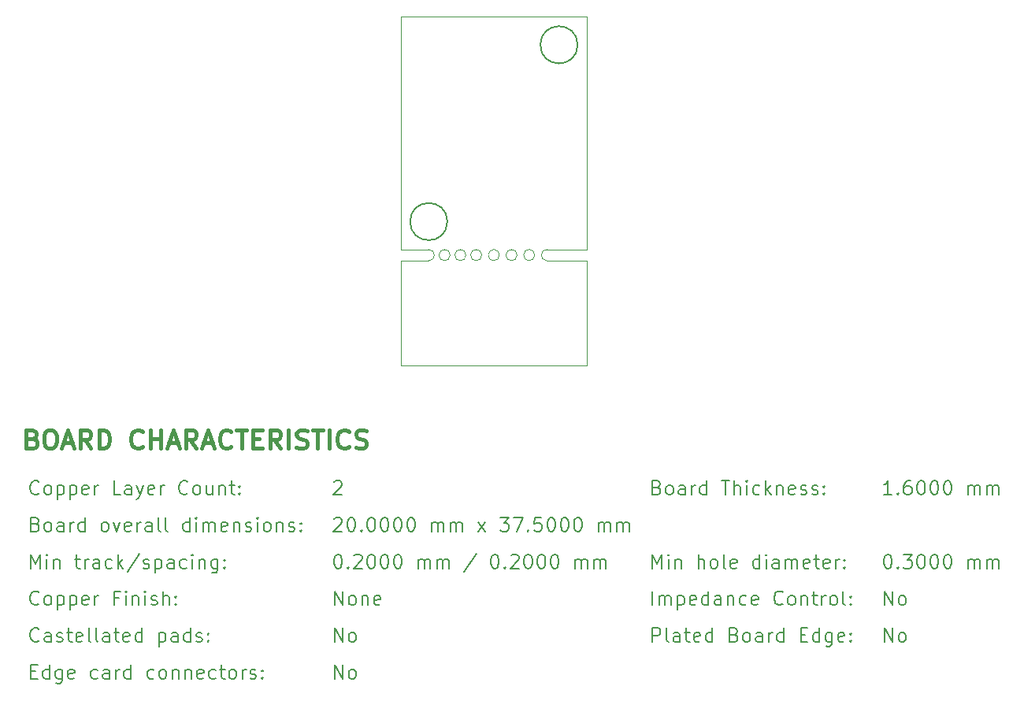
<source format=gbr>
%TF.GenerationSoftware,KiCad,Pcbnew,7.0.8*%
%TF.CreationDate,2024-02-28T15:08:07-05:00*%
%TF.ProjectId,rcl57_debug_psu,72636c35-375f-4646-9562-75675f707375,rev?*%
%TF.SameCoordinates,Original*%
%TF.FileFunction,Paste,Bot*%
%TF.FilePolarity,Positive*%
%FSLAX46Y46*%
G04 Gerber Fmt 4.6, Leading zero omitted, Abs format (unit mm)*
G04 Created by KiCad (PCBNEW 7.0.8) date 2024-02-28 15:08:07*
%MOMM*%
%LPD*%
G01*
G04 APERTURE LIST*
%ADD10C,0.200000*%
%ADD11C,0.400000*%
%ADD12C,0.150000*%
%TA.AperFunction,Profile*%
%ADD13C,0.050000*%
%TD*%
G04 APERTURE END LIST*
D10*
X206995858Y-143226028D02*
X206995858Y-141726028D01*
X206995858Y-141726028D02*
X207853001Y-143226028D01*
X207853001Y-143226028D02*
X207853001Y-141726028D01*
X208781573Y-143226028D02*
X208638716Y-143154600D01*
X208638716Y-143154600D02*
X208567287Y-143083171D01*
X208567287Y-143083171D02*
X208495859Y-142940314D01*
X208495859Y-142940314D02*
X208495859Y-142511742D01*
X208495859Y-142511742D02*
X208567287Y-142368885D01*
X208567287Y-142368885D02*
X208638716Y-142297457D01*
X208638716Y-142297457D02*
X208781573Y-142226028D01*
X208781573Y-142226028D02*
X208995859Y-142226028D01*
X208995859Y-142226028D02*
X209138716Y-142297457D01*
X209138716Y-142297457D02*
X209210145Y-142368885D01*
X209210145Y-142368885D02*
X209281573Y-142511742D01*
X209281573Y-142511742D02*
X209281573Y-142940314D01*
X209281573Y-142940314D02*
X209210145Y-143083171D01*
X209210145Y-143083171D02*
X209138716Y-143154600D01*
X209138716Y-143154600D02*
X208995859Y-143226028D01*
X208995859Y-143226028D02*
X208781573Y-143226028D01*
X207281573Y-137769028D02*
X207424430Y-137769028D01*
X207424430Y-137769028D02*
X207567287Y-137840457D01*
X207567287Y-137840457D02*
X207638716Y-137911885D01*
X207638716Y-137911885D02*
X207710144Y-138054742D01*
X207710144Y-138054742D02*
X207781573Y-138340457D01*
X207781573Y-138340457D02*
X207781573Y-138697600D01*
X207781573Y-138697600D02*
X207710144Y-138983314D01*
X207710144Y-138983314D02*
X207638716Y-139126171D01*
X207638716Y-139126171D02*
X207567287Y-139197600D01*
X207567287Y-139197600D02*
X207424430Y-139269028D01*
X207424430Y-139269028D02*
X207281573Y-139269028D01*
X207281573Y-139269028D02*
X207138716Y-139197600D01*
X207138716Y-139197600D02*
X207067287Y-139126171D01*
X207067287Y-139126171D02*
X206995858Y-138983314D01*
X206995858Y-138983314D02*
X206924430Y-138697600D01*
X206924430Y-138697600D02*
X206924430Y-138340457D01*
X206924430Y-138340457D02*
X206995858Y-138054742D01*
X206995858Y-138054742D02*
X207067287Y-137911885D01*
X207067287Y-137911885D02*
X207138716Y-137840457D01*
X207138716Y-137840457D02*
X207281573Y-137769028D01*
X208424429Y-139126171D02*
X208495858Y-139197600D01*
X208495858Y-139197600D02*
X208424429Y-139269028D01*
X208424429Y-139269028D02*
X208353001Y-139197600D01*
X208353001Y-139197600D02*
X208424429Y-139126171D01*
X208424429Y-139126171D02*
X208424429Y-139269028D01*
X208995858Y-137769028D02*
X209924430Y-137769028D01*
X209924430Y-137769028D02*
X209424430Y-138340457D01*
X209424430Y-138340457D02*
X209638715Y-138340457D01*
X209638715Y-138340457D02*
X209781573Y-138411885D01*
X209781573Y-138411885D02*
X209853001Y-138483314D01*
X209853001Y-138483314D02*
X209924430Y-138626171D01*
X209924430Y-138626171D02*
X209924430Y-138983314D01*
X209924430Y-138983314D02*
X209853001Y-139126171D01*
X209853001Y-139126171D02*
X209781573Y-139197600D01*
X209781573Y-139197600D02*
X209638715Y-139269028D01*
X209638715Y-139269028D02*
X209210144Y-139269028D01*
X209210144Y-139269028D02*
X209067287Y-139197600D01*
X209067287Y-139197600D02*
X208995858Y-139126171D01*
X210853001Y-137769028D02*
X210995858Y-137769028D01*
X210995858Y-137769028D02*
X211138715Y-137840457D01*
X211138715Y-137840457D02*
X211210144Y-137911885D01*
X211210144Y-137911885D02*
X211281572Y-138054742D01*
X211281572Y-138054742D02*
X211353001Y-138340457D01*
X211353001Y-138340457D02*
X211353001Y-138697600D01*
X211353001Y-138697600D02*
X211281572Y-138983314D01*
X211281572Y-138983314D02*
X211210144Y-139126171D01*
X211210144Y-139126171D02*
X211138715Y-139197600D01*
X211138715Y-139197600D02*
X210995858Y-139269028D01*
X210995858Y-139269028D02*
X210853001Y-139269028D01*
X210853001Y-139269028D02*
X210710144Y-139197600D01*
X210710144Y-139197600D02*
X210638715Y-139126171D01*
X210638715Y-139126171D02*
X210567286Y-138983314D01*
X210567286Y-138983314D02*
X210495858Y-138697600D01*
X210495858Y-138697600D02*
X210495858Y-138340457D01*
X210495858Y-138340457D02*
X210567286Y-138054742D01*
X210567286Y-138054742D02*
X210638715Y-137911885D01*
X210638715Y-137911885D02*
X210710144Y-137840457D01*
X210710144Y-137840457D02*
X210853001Y-137769028D01*
X212281572Y-137769028D02*
X212424429Y-137769028D01*
X212424429Y-137769028D02*
X212567286Y-137840457D01*
X212567286Y-137840457D02*
X212638715Y-137911885D01*
X212638715Y-137911885D02*
X212710143Y-138054742D01*
X212710143Y-138054742D02*
X212781572Y-138340457D01*
X212781572Y-138340457D02*
X212781572Y-138697600D01*
X212781572Y-138697600D02*
X212710143Y-138983314D01*
X212710143Y-138983314D02*
X212638715Y-139126171D01*
X212638715Y-139126171D02*
X212567286Y-139197600D01*
X212567286Y-139197600D02*
X212424429Y-139269028D01*
X212424429Y-139269028D02*
X212281572Y-139269028D01*
X212281572Y-139269028D02*
X212138715Y-139197600D01*
X212138715Y-139197600D02*
X212067286Y-139126171D01*
X212067286Y-139126171D02*
X211995857Y-138983314D01*
X211995857Y-138983314D02*
X211924429Y-138697600D01*
X211924429Y-138697600D02*
X211924429Y-138340457D01*
X211924429Y-138340457D02*
X211995857Y-138054742D01*
X211995857Y-138054742D02*
X212067286Y-137911885D01*
X212067286Y-137911885D02*
X212138715Y-137840457D01*
X212138715Y-137840457D02*
X212281572Y-137769028D01*
X213710143Y-137769028D02*
X213853000Y-137769028D01*
X213853000Y-137769028D02*
X213995857Y-137840457D01*
X213995857Y-137840457D02*
X214067286Y-137911885D01*
X214067286Y-137911885D02*
X214138714Y-138054742D01*
X214138714Y-138054742D02*
X214210143Y-138340457D01*
X214210143Y-138340457D02*
X214210143Y-138697600D01*
X214210143Y-138697600D02*
X214138714Y-138983314D01*
X214138714Y-138983314D02*
X214067286Y-139126171D01*
X214067286Y-139126171D02*
X213995857Y-139197600D01*
X213995857Y-139197600D02*
X213853000Y-139269028D01*
X213853000Y-139269028D02*
X213710143Y-139269028D01*
X213710143Y-139269028D02*
X213567286Y-139197600D01*
X213567286Y-139197600D02*
X213495857Y-139126171D01*
X213495857Y-139126171D02*
X213424428Y-138983314D01*
X213424428Y-138983314D02*
X213353000Y-138697600D01*
X213353000Y-138697600D02*
X213353000Y-138340457D01*
X213353000Y-138340457D02*
X213424428Y-138054742D01*
X213424428Y-138054742D02*
X213495857Y-137911885D01*
X213495857Y-137911885D02*
X213567286Y-137840457D01*
X213567286Y-137840457D02*
X213710143Y-137769028D01*
X215995856Y-139269028D02*
X215995856Y-138269028D01*
X215995856Y-138411885D02*
X216067285Y-138340457D01*
X216067285Y-138340457D02*
X216210142Y-138269028D01*
X216210142Y-138269028D02*
X216424428Y-138269028D01*
X216424428Y-138269028D02*
X216567285Y-138340457D01*
X216567285Y-138340457D02*
X216638714Y-138483314D01*
X216638714Y-138483314D02*
X216638714Y-139269028D01*
X216638714Y-138483314D02*
X216710142Y-138340457D01*
X216710142Y-138340457D02*
X216852999Y-138269028D01*
X216852999Y-138269028D02*
X217067285Y-138269028D01*
X217067285Y-138269028D02*
X217210142Y-138340457D01*
X217210142Y-138340457D02*
X217281571Y-138483314D01*
X217281571Y-138483314D02*
X217281571Y-139269028D01*
X217995856Y-139269028D02*
X217995856Y-138269028D01*
X217995856Y-138411885D02*
X218067285Y-138340457D01*
X218067285Y-138340457D02*
X218210142Y-138269028D01*
X218210142Y-138269028D02*
X218424428Y-138269028D01*
X218424428Y-138269028D02*
X218567285Y-138340457D01*
X218567285Y-138340457D02*
X218638714Y-138483314D01*
X218638714Y-138483314D02*
X218638714Y-139269028D01*
X218638714Y-138483314D02*
X218710142Y-138340457D01*
X218710142Y-138340457D02*
X218852999Y-138269028D01*
X218852999Y-138269028D02*
X219067285Y-138269028D01*
X219067285Y-138269028D02*
X219210142Y-138340457D01*
X219210142Y-138340457D02*
X219281571Y-138483314D01*
X219281571Y-138483314D02*
X219281571Y-139269028D01*
X207781573Y-131355028D02*
X206924430Y-131355028D01*
X207353001Y-131355028D02*
X207353001Y-129855028D01*
X207353001Y-129855028D02*
X207210144Y-130069314D01*
X207210144Y-130069314D02*
X207067287Y-130212171D01*
X207067287Y-130212171D02*
X206924430Y-130283600D01*
X208424429Y-131212171D02*
X208495858Y-131283600D01*
X208495858Y-131283600D02*
X208424429Y-131355028D01*
X208424429Y-131355028D02*
X208353001Y-131283600D01*
X208353001Y-131283600D02*
X208424429Y-131212171D01*
X208424429Y-131212171D02*
X208424429Y-131355028D01*
X209781573Y-129855028D02*
X209495858Y-129855028D01*
X209495858Y-129855028D02*
X209353001Y-129926457D01*
X209353001Y-129926457D02*
X209281573Y-129997885D01*
X209281573Y-129997885D02*
X209138715Y-130212171D01*
X209138715Y-130212171D02*
X209067287Y-130497885D01*
X209067287Y-130497885D02*
X209067287Y-131069314D01*
X209067287Y-131069314D02*
X209138715Y-131212171D01*
X209138715Y-131212171D02*
X209210144Y-131283600D01*
X209210144Y-131283600D02*
X209353001Y-131355028D01*
X209353001Y-131355028D02*
X209638715Y-131355028D01*
X209638715Y-131355028D02*
X209781573Y-131283600D01*
X209781573Y-131283600D02*
X209853001Y-131212171D01*
X209853001Y-131212171D02*
X209924430Y-131069314D01*
X209924430Y-131069314D02*
X209924430Y-130712171D01*
X209924430Y-130712171D02*
X209853001Y-130569314D01*
X209853001Y-130569314D02*
X209781573Y-130497885D01*
X209781573Y-130497885D02*
X209638715Y-130426457D01*
X209638715Y-130426457D02*
X209353001Y-130426457D01*
X209353001Y-130426457D02*
X209210144Y-130497885D01*
X209210144Y-130497885D02*
X209138715Y-130569314D01*
X209138715Y-130569314D02*
X209067287Y-130712171D01*
X210853001Y-129855028D02*
X210995858Y-129855028D01*
X210995858Y-129855028D02*
X211138715Y-129926457D01*
X211138715Y-129926457D02*
X211210144Y-129997885D01*
X211210144Y-129997885D02*
X211281572Y-130140742D01*
X211281572Y-130140742D02*
X211353001Y-130426457D01*
X211353001Y-130426457D02*
X211353001Y-130783600D01*
X211353001Y-130783600D02*
X211281572Y-131069314D01*
X211281572Y-131069314D02*
X211210144Y-131212171D01*
X211210144Y-131212171D02*
X211138715Y-131283600D01*
X211138715Y-131283600D02*
X210995858Y-131355028D01*
X210995858Y-131355028D02*
X210853001Y-131355028D01*
X210853001Y-131355028D02*
X210710144Y-131283600D01*
X210710144Y-131283600D02*
X210638715Y-131212171D01*
X210638715Y-131212171D02*
X210567286Y-131069314D01*
X210567286Y-131069314D02*
X210495858Y-130783600D01*
X210495858Y-130783600D02*
X210495858Y-130426457D01*
X210495858Y-130426457D02*
X210567286Y-130140742D01*
X210567286Y-130140742D02*
X210638715Y-129997885D01*
X210638715Y-129997885D02*
X210710144Y-129926457D01*
X210710144Y-129926457D02*
X210853001Y-129855028D01*
X212281572Y-129855028D02*
X212424429Y-129855028D01*
X212424429Y-129855028D02*
X212567286Y-129926457D01*
X212567286Y-129926457D02*
X212638715Y-129997885D01*
X212638715Y-129997885D02*
X212710143Y-130140742D01*
X212710143Y-130140742D02*
X212781572Y-130426457D01*
X212781572Y-130426457D02*
X212781572Y-130783600D01*
X212781572Y-130783600D02*
X212710143Y-131069314D01*
X212710143Y-131069314D02*
X212638715Y-131212171D01*
X212638715Y-131212171D02*
X212567286Y-131283600D01*
X212567286Y-131283600D02*
X212424429Y-131355028D01*
X212424429Y-131355028D02*
X212281572Y-131355028D01*
X212281572Y-131355028D02*
X212138715Y-131283600D01*
X212138715Y-131283600D02*
X212067286Y-131212171D01*
X212067286Y-131212171D02*
X211995857Y-131069314D01*
X211995857Y-131069314D02*
X211924429Y-130783600D01*
X211924429Y-130783600D02*
X211924429Y-130426457D01*
X211924429Y-130426457D02*
X211995857Y-130140742D01*
X211995857Y-130140742D02*
X212067286Y-129997885D01*
X212067286Y-129997885D02*
X212138715Y-129926457D01*
X212138715Y-129926457D02*
X212281572Y-129855028D01*
X213710143Y-129855028D02*
X213853000Y-129855028D01*
X213853000Y-129855028D02*
X213995857Y-129926457D01*
X213995857Y-129926457D02*
X214067286Y-129997885D01*
X214067286Y-129997885D02*
X214138714Y-130140742D01*
X214138714Y-130140742D02*
X214210143Y-130426457D01*
X214210143Y-130426457D02*
X214210143Y-130783600D01*
X214210143Y-130783600D02*
X214138714Y-131069314D01*
X214138714Y-131069314D02*
X214067286Y-131212171D01*
X214067286Y-131212171D02*
X213995857Y-131283600D01*
X213995857Y-131283600D02*
X213853000Y-131355028D01*
X213853000Y-131355028D02*
X213710143Y-131355028D01*
X213710143Y-131355028D02*
X213567286Y-131283600D01*
X213567286Y-131283600D02*
X213495857Y-131212171D01*
X213495857Y-131212171D02*
X213424428Y-131069314D01*
X213424428Y-131069314D02*
X213353000Y-130783600D01*
X213353000Y-130783600D02*
X213353000Y-130426457D01*
X213353000Y-130426457D02*
X213424428Y-130140742D01*
X213424428Y-130140742D02*
X213495857Y-129997885D01*
X213495857Y-129997885D02*
X213567286Y-129926457D01*
X213567286Y-129926457D02*
X213710143Y-129855028D01*
X215995856Y-131355028D02*
X215995856Y-130355028D01*
X215995856Y-130497885D02*
X216067285Y-130426457D01*
X216067285Y-130426457D02*
X216210142Y-130355028D01*
X216210142Y-130355028D02*
X216424428Y-130355028D01*
X216424428Y-130355028D02*
X216567285Y-130426457D01*
X216567285Y-130426457D02*
X216638714Y-130569314D01*
X216638714Y-130569314D02*
X216638714Y-131355028D01*
X216638714Y-130569314D02*
X216710142Y-130426457D01*
X216710142Y-130426457D02*
X216852999Y-130355028D01*
X216852999Y-130355028D02*
X217067285Y-130355028D01*
X217067285Y-130355028D02*
X217210142Y-130426457D01*
X217210142Y-130426457D02*
X217281571Y-130569314D01*
X217281571Y-130569314D02*
X217281571Y-131355028D01*
X217995856Y-131355028D02*
X217995856Y-130355028D01*
X217995856Y-130497885D02*
X218067285Y-130426457D01*
X218067285Y-130426457D02*
X218210142Y-130355028D01*
X218210142Y-130355028D02*
X218424428Y-130355028D01*
X218424428Y-130355028D02*
X218567285Y-130426457D01*
X218567285Y-130426457D02*
X218638714Y-130569314D01*
X218638714Y-130569314D02*
X218638714Y-131355028D01*
X218638714Y-130569314D02*
X218710142Y-130426457D01*
X218710142Y-130426457D02*
X218852999Y-130355028D01*
X218852999Y-130355028D02*
X219067285Y-130355028D01*
X219067285Y-130355028D02*
X219210142Y-130426457D01*
X219210142Y-130426457D02*
X219281571Y-130569314D01*
X219281571Y-130569314D02*
X219281571Y-131355028D01*
X182053001Y-143226028D02*
X182053001Y-141726028D01*
X182767287Y-143226028D02*
X182767287Y-142226028D01*
X182767287Y-142368885D02*
X182838716Y-142297457D01*
X182838716Y-142297457D02*
X182981573Y-142226028D01*
X182981573Y-142226028D02*
X183195859Y-142226028D01*
X183195859Y-142226028D02*
X183338716Y-142297457D01*
X183338716Y-142297457D02*
X183410145Y-142440314D01*
X183410145Y-142440314D02*
X183410145Y-143226028D01*
X183410145Y-142440314D02*
X183481573Y-142297457D01*
X183481573Y-142297457D02*
X183624430Y-142226028D01*
X183624430Y-142226028D02*
X183838716Y-142226028D01*
X183838716Y-142226028D02*
X183981573Y-142297457D01*
X183981573Y-142297457D02*
X184053002Y-142440314D01*
X184053002Y-142440314D02*
X184053002Y-143226028D01*
X184767287Y-142226028D02*
X184767287Y-143726028D01*
X184767287Y-142297457D02*
X184910145Y-142226028D01*
X184910145Y-142226028D02*
X185195859Y-142226028D01*
X185195859Y-142226028D02*
X185338716Y-142297457D01*
X185338716Y-142297457D02*
X185410145Y-142368885D01*
X185410145Y-142368885D02*
X185481573Y-142511742D01*
X185481573Y-142511742D02*
X185481573Y-142940314D01*
X185481573Y-142940314D02*
X185410145Y-143083171D01*
X185410145Y-143083171D02*
X185338716Y-143154600D01*
X185338716Y-143154600D02*
X185195859Y-143226028D01*
X185195859Y-143226028D02*
X184910145Y-143226028D01*
X184910145Y-143226028D02*
X184767287Y-143154600D01*
X186695859Y-143154600D02*
X186553002Y-143226028D01*
X186553002Y-143226028D02*
X186267288Y-143226028D01*
X186267288Y-143226028D02*
X186124430Y-143154600D01*
X186124430Y-143154600D02*
X186053002Y-143011742D01*
X186053002Y-143011742D02*
X186053002Y-142440314D01*
X186053002Y-142440314D02*
X186124430Y-142297457D01*
X186124430Y-142297457D02*
X186267288Y-142226028D01*
X186267288Y-142226028D02*
X186553002Y-142226028D01*
X186553002Y-142226028D02*
X186695859Y-142297457D01*
X186695859Y-142297457D02*
X186767288Y-142440314D01*
X186767288Y-142440314D02*
X186767288Y-142583171D01*
X186767288Y-142583171D02*
X186053002Y-142726028D01*
X188053002Y-143226028D02*
X188053002Y-141726028D01*
X188053002Y-143154600D02*
X187910144Y-143226028D01*
X187910144Y-143226028D02*
X187624430Y-143226028D01*
X187624430Y-143226028D02*
X187481573Y-143154600D01*
X187481573Y-143154600D02*
X187410144Y-143083171D01*
X187410144Y-143083171D02*
X187338716Y-142940314D01*
X187338716Y-142940314D02*
X187338716Y-142511742D01*
X187338716Y-142511742D02*
X187410144Y-142368885D01*
X187410144Y-142368885D02*
X187481573Y-142297457D01*
X187481573Y-142297457D02*
X187624430Y-142226028D01*
X187624430Y-142226028D02*
X187910144Y-142226028D01*
X187910144Y-142226028D02*
X188053002Y-142297457D01*
X189410145Y-143226028D02*
X189410145Y-142440314D01*
X189410145Y-142440314D02*
X189338716Y-142297457D01*
X189338716Y-142297457D02*
X189195859Y-142226028D01*
X189195859Y-142226028D02*
X188910145Y-142226028D01*
X188910145Y-142226028D02*
X188767287Y-142297457D01*
X189410145Y-143154600D02*
X189267287Y-143226028D01*
X189267287Y-143226028D02*
X188910145Y-143226028D01*
X188910145Y-143226028D02*
X188767287Y-143154600D01*
X188767287Y-143154600D02*
X188695859Y-143011742D01*
X188695859Y-143011742D02*
X188695859Y-142868885D01*
X188695859Y-142868885D02*
X188767287Y-142726028D01*
X188767287Y-142726028D02*
X188910145Y-142654600D01*
X188910145Y-142654600D02*
X189267287Y-142654600D01*
X189267287Y-142654600D02*
X189410145Y-142583171D01*
X190124430Y-142226028D02*
X190124430Y-143226028D01*
X190124430Y-142368885D02*
X190195859Y-142297457D01*
X190195859Y-142297457D02*
X190338716Y-142226028D01*
X190338716Y-142226028D02*
X190553002Y-142226028D01*
X190553002Y-142226028D02*
X190695859Y-142297457D01*
X190695859Y-142297457D02*
X190767288Y-142440314D01*
X190767288Y-142440314D02*
X190767288Y-143226028D01*
X192124431Y-143154600D02*
X191981573Y-143226028D01*
X191981573Y-143226028D02*
X191695859Y-143226028D01*
X191695859Y-143226028D02*
X191553002Y-143154600D01*
X191553002Y-143154600D02*
X191481573Y-143083171D01*
X191481573Y-143083171D02*
X191410145Y-142940314D01*
X191410145Y-142940314D02*
X191410145Y-142511742D01*
X191410145Y-142511742D02*
X191481573Y-142368885D01*
X191481573Y-142368885D02*
X191553002Y-142297457D01*
X191553002Y-142297457D02*
X191695859Y-142226028D01*
X191695859Y-142226028D02*
X191981573Y-142226028D01*
X191981573Y-142226028D02*
X192124431Y-142297457D01*
X193338716Y-143154600D02*
X193195859Y-143226028D01*
X193195859Y-143226028D02*
X192910145Y-143226028D01*
X192910145Y-143226028D02*
X192767287Y-143154600D01*
X192767287Y-143154600D02*
X192695859Y-143011742D01*
X192695859Y-143011742D02*
X192695859Y-142440314D01*
X192695859Y-142440314D02*
X192767287Y-142297457D01*
X192767287Y-142297457D02*
X192910145Y-142226028D01*
X192910145Y-142226028D02*
X193195859Y-142226028D01*
X193195859Y-142226028D02*
X193338716Y-142297457D01*
X193338716Y-142297457D02*
X193410145Y-142440314D01*
X193410145Y-142440314D02*
X193410145Y-142583171D01*
X193410145Y-142583171D02*
X192695859Y-142726028D01*
X196053001Y-143083171D02*
X195981573Y-143154600D01*
X195981573Y-143154600D02*
X195767287Y-143226028D01*
X195767287Y-143226028D02*
X195624430Y-143226028D01*
X195624430Y-143226028D02*
X195410144Y-143154600D01*
X195410144Y-143154600D02*
X195267287Y-143011742D01*
X195267287Y-143011742D02*
X195195858Y-142868885D01*
X195195858Y-142868885D02*
X195124430Y-142583171D01*
X195124430Y-142583171D02*
X195124430Y-142368885D01*
X195124430Y-142368885D02*
X195195858Y-142083171D01*
X195195858Y-142083171D02*
X195267287Y-141940314D01*
X195267287Y-141940314D02*
X195410144Y-141797457D01*
X195410144Y-141797457D02*
X195624430Y-141726028D01*
X195624430Y-141726028D02*
X195767287Y-141726028D01*
X195767287Y-141726028D02*
X195981573Y-141797457D01*
X195981573Y-141797457D02*
X196053001Y-141868885D01*
X196910144Y-143226028D02*
X196767287Y-143154600D01*
X196767287Y-143154600D02*
X196695858Y-143083171D01*
X196695858Y-143083171D02*
X196624430Y-142940314D01*
X196624430Y-142940314D02*
X196624430Y-142511742D01*
X196624430Y-142511742D02*
X196695858Y-142368885D01*
X196695858Y-142368885D02*
X196767287Y-142297457D01*
X196767287Y-142297457D02*
X196910144Y-142226028D01*
X196910144Y-142226028D02*
X197124430Y-142226028D01*
X197124430Y-142226028D02*
X197267287Y-142297457D01*
X197267287Y-142297457D02*
X197338716Y-142368885D01*
X197338716Y-142368885D02*
X197410144Y-142511742D01*
X197410144Y-142511742D02*
X197410144Y-142940314D01*
X197410144Y-142940314D02*
X197338716Y-143083171D01*
X197338716Y-143083171D02*
X197267287Y-143154600D01*
X197267287Y-143154600D02*
X197124430Y-143226028D01*
X197124430Y-143226028D02*
X196910144Y-143226028D01*
X198053001Y-142226028D02*
X198053001Y-143226028D01*
X198053001Y-142368885D02*
X198124430Y-142297457D01*
X198124430Y-142297457D02*
X198267287Y-142226028D01*
X198267287Y-142226028D02*
X198481573Y-142226028D01*
X198481573Y-142226028D02*
X198624430Y-142297457D01*
X198624430Y-142297457D02*
X198695859Y-142440314D01*
X198695859Y-142440314D02*
X198695859Y-143226028D01*
X199195859Y-142226028D02*
X199767287Y-142226028D01*
X199410144Y-141726028D02*
X199410144Y-143011742D01*
X199410144Y-143011742D02*
X199481573Y-143154600D01*
X199481573Y-143154600D02*
X199624430Y-143226028D01*
X199624430Y-143226028D02*
X199767287Y-143226028D01*
X200267287Y-143226028D02*
X200267287Y-142226028D01*
X200267287Y-142511742D02*
X200338716Y-142368885D01*
X200338716Y-142368885D02*
X200410145Y-142297457D01*
X200410145Y-142297457D02*
X200553002Y-142226028D01*
X200553002Y-142226028D02*
X200695859Y-142226028D01*
X201410144Y-143226028D02*
X201267287Y-143154600D01*
X201267287Y-143154600D02*
X201195858Y-143083171D01*
X201195858Y-143083171D02*
X201124430Y-142940314D01*
X201124430Y-142940314D02*
X201124430Y-142511742D01*
X201124430Y-142511742D02*
X201195858Y-142368885D01*
X201195858Y-142368885D02*
X201267287Y-142297457D01*
X201267287Y-142297457D02*
X201410144Y-142226028D01*
X201410144Y-142226028D02*
X201624430Y-142226028D01*
X201624430Y-142226028D02*
X201767287Y-142297457D01*
X201767287Y-142297457D02*
X201838716Y-142368885D01*
X201838716Y-142368885D02*
X201910144Y-142511742D01*
X201910144Y-142511742D02*
X201910144Y-142940314D01*
X201910144Y-142940314D02*
X201838716Y-143083171D01*
X201838716Y-143083171D02*
X201767287Y-143154600D01*
X201767287Y-143154600D02*
X201624430Y-143226028D01*
X201624430Y-143226028D02*
X201410144Y-143226028D01*
X202767287Y-143226028D02*
X202624430Y-143154600D01*
X202624430Y-143154600D02*
X202553001Y-143011742D01*
X202553001Y-143011742D02*
X202553001Y-141726028D01*
X203338715Y-143083171D02*
X203410144Y-143154600D01*
X203410144Y-143154600D02*
X203338715Y-143226028D01*
X203338715Y-143226028D02*
X203267287Y-143154600D01*
X203267287Y-143154600D02*
X203338715Y-143083171D01*
X203338715Y-143083171D02*
X203338715Y-143226028D01*
X203338715Y-142297457D02*
X203410144Y-142368885D01*
X203410144Y-142368885D02*
X203338715Y-142440314D01*
X203338715Y-142440314D02*
X203267287Y-142368885D01*
X203267287Y-142368885D02*
X203338715Y-142297457D01*
X203338715Y-142297457D02*
X203338715Y-142440314D01*
X182053001Y-139269028D02*
X182053001Y-137769028D01*
X182053001Y-137769028D02*
X182553001Y-138840457D01*
X182553001Y-138840457D02*
X183053001Y-137769028D01*
X183053001Y-137769028D02*
X183053001Y-139269028D01*
X183767287Y-139269028D02*
X183767287Y-138269028D01*
X183767287Y-137769028D02*
X183695859Y-137840457D01*
X183695859Y-137840457D02*
X183767287Y-137911885D01*
X183767287Y-137911885D02*
X183838716Y-137840457D01*
X183838716Y-137840457D02*
X183767287Y-137769028D01*
X183767287Y-137769028D02*
X183767287Y-137911885D01*
X184481573Y-138269028D02*
X184481573Y-139269028D01*
X184481573Y-138411885D02*
X184553002Y-138340457D01*
X184553002Y-138340457D02*
X184695859Y-138269028D01*
X184695859Y-138269028D02*
X184910145Y-138269028D01*
X184910145Y-138269028D02*
X185053002Y-138340457D01*
X185053002Y-138340457D02*
X185124431Y-138483314D01*
X185124431Y-138483314D02*
X185124431Y-139269028D01*
X186981573Y-139269028D02*
X186981573Y-137769028D01*
X187624431Y-139269028D02*
X187624431Y-138483314D01*
X187624431Y-138483314D02*
X187553002Y-138340457D01*
X187553002Y-138340457D02*
X187410145Y-138269028D01*
X187410145Y-138269028D02*
X187195859Y-138269028D01*
X187195859Y-138269028D02*
X187053002Y-138340457D01*
X187053002Y-138340457D02*
X186981573Y-138411885D01*
X188553002Y-139269028D02*
X188410145Y-139197600D01*
X188410145Y-139197600D02*
X188338716Y-139126171D01*
X188338716Y-139126171D02*
X188267288Y-138983314D01*
X188267288Y-138983314D02*
X188267288Y-138554742D01*
X188267288Y-138554742D02*
X188338716Y-138411885D01*
X188338716Y-138411885D02*
X188410145Y-138340457D01*
X188410145Y-138340457D02*
X188553002Y-138269028D01*
X188553002Y-138269028D02*
X188767288Y-138269028D01*
X188767288Y-138269028D02*
X188910145Y-138340457D01*
X188910145Y-138340457D02*
X188981574Y-138411885D01*
X188981574Y-138411885D02*
X189053002Y-138554742D01*
X189053002Y-138554742D02*
X189053002Y-138983314D01*
X189053002Y-138983314D02*
X188981574Y-139126171D01*
X188981574Y-139126171D02*
X188910145Y-139197600D01*
X188910145Y-139197600D02*
X188767288Y-139269028D01*
X188767288Y-139269028D02*
X188553002Y-139269028D01*
X189910145Y-139269028D02*
X189767288Y-139197600D01*
X189767288Y-139197600D02*
X189695859Y-139054742D01*
X189695859Y-139054742D02*
X189695859Y-137769028D01*
X191053002Y-139197600D02*
X190910145Y-139269028D01*
X190910145Y-139269028D02*
X190624431Y-139269028D01*
X190624431Y-139269028D02*
X190481573Y-139197600D01*
X190481573Y-139197600D02*
X190410145Y-139054742D01*
X190410145Y-139054742D02*
X190410145Y-138483314D01*
X190410145Y-138483314D02*
X190481573Y-138340457D01*
X190481573Y-138340457D02*
X190624431Y-138269028D01*
X190624431Y-138269028D02*
X190910145Y-138269028D01*
X190910145Y-138269028D02*
X191053002Y-138340457D01*
X191053002Y-138340457D02*
X191124431Y-138483314D01*
X191124431Y-138483314D02*
X191124431Y-138626171D01*
X191124431Y-138626171D02*
X190410145Y-138769028D01*
X193553002Y-139269028D02*
X193553002Y-137769028D01*
X193553002Y-139197600D02*
X193410144Y-139269028D01*
X193410144Y-139269028D02*
X193124430Y-139269028D01*
X193124430Y-139269028D02*
X192981573Y-139197600D01*
X192981573Y-139197600D02*
X192910144Y-139126171D01*
X192910144Y-139126171D02*
X192838716Y-138983314D01*
X192838716Y-138983314D02*
X192838716Y-138554742D01*
X192838716Y-138554742D02*
X192910144Y-138411885D01*
X192910144Y-138411885D02*
X192981573Y-138340457D01*
X192981573Y-138340457D02*
X193124430Y-138269028D01*
X193124430Y-138269028D02*
X193410144Y-138269028D01*
X193410144Y-138269028D02*
X193553002Y-138340457D01*
X194267287Y-139269028D02*
X194267287Y-138269028D01*
X194267287Y-137769028D02*
X194195859Y-137840457D01*
X194195859Y-137840457D02*
X194267287Y-137911885D01*
X194267287Y-137911885D02*
X194338716Y-137840457D01*
X194338716Y-137840457D02*
X194267287Y-137769028D01*
X194267287Y-137769028D02*
X194267287Y-137911885D01*
X195624431Y-139269028D02*
X195624431Y-138483314D01*
X195624431Y-138483314D02*
X195553002Y-138340457D01*
X195553002Y-138340457D02*
X195410145Y-138269028D01*
X195410145Y-138269028D02*
X195124431Y-138269028D01*
X195124431Y-138269028D02*
X194981573Y-138340457D01*
X195624431Y-139197600D02*
X195481573Y-139269028D01*
X195481573Y-139269028D02*
X195124431Y-139269028D01*
X195124431Y-139269028D02*
X194981573Y-139197600D01*
X194981573Y-139197600D02*
X194910145Y-139054742D01*
X194910145Y-139054742D02*
X194910145Y-138911885D01*
X194910145Y-138911885D02*
X194981573Y-138769028D01*
X194981573Y-138769028D02*
X195124431Y-138697600D01*
X195124431Y-138697600D02*
X195481573Y-138697600D01*
X195481573Y-138697600D02*
X195624431Y-138626171D01*
X196338716Y-139269028D02*
X196338716Y-138269028D01*
X196338716Y-138411885D02*
X196410145Y-138340457D01*
X196410145Y-138340457D02*
X196553002Y-138269028D01*
X196553002Y-138269028D02*
X196767288Y-138269028D01*
X196767288Y-138269028D02*
X196910145Y-138340457D01*
X196910145Y-138340457D02*
X196981574Y-138483314D01*
X196981574Y-138483314D02*
X196981574Y-139269028D01*
X196981574Y-138483314D02*
X197053002Y-138340457D01*
X197053002Y-138340457D02*
X197195859Y-138269028D01*
X197195859Y-138269028D02*
X197410145Y-138269028D01*
X197410145Y-138269028D02*
X197553002Y-138340457D01*
X197553002Y-138340457D02*
X197624431Y-138483314D01*
X197624431Y-138483314D02*
X197624431Y-139269028D01*
X198910145Y-139197600D02*
X198767288Y-139269028D01*
X198767288Y-139269028D02*
X198481574Y-139269028D01*
X198481574Y-139269028D02*
X198338716Y-139197600D01*
X198338716Y-139197600D02*
X198267288Y-139054742D01*
X198267288Y-139054742D02*
X198267288Y-138483314D01*
X198267288Y-138483314D02*
X198338716Y-138340457D01*
X198338716Y-138340457D02*
X198481574Y-138269028D01*
X198481574Y-138269028D02*
X198767288Y-138269028D01*
X198767288Y-138269028D02*
X198910145Y-138340457D01*
X198910145Y-138340457D02*
X198981574Y-138483314D01*
X198981574Y-138483314D02*
X198981574Y-138626171D01*
X198981574Y-138626171D02*
X198267288Y-138769028D01*
X199410145Y-138269028D02*
X199981573Y-138269028D01*
X199624430Y-137769028D02*
X199624430Y-139054742D01*
X199624430Y-139054742D02*
X199695859Y-139197600D01*
X199695859Y-139197600D02*
X199838716Y-139269028D01*
X199838716Y-139269028D02*
X199981573Y-139269028D01*
X201053002Y-139197600D02*
X200910145Y-139269028D01*
X200910145Y-139269028D02*
X200624431Y-139269028D01*
X200624431Y-139269028D02*
X200481573Y-139197600D01*
X200481573Y-139197600D02*
X200410145Y-139054742D01*
X200410145Y-139054742D02*
X200410145Y-138483314D01*
X200410145Y-138483314D02*
X200481573Y-138340457D01*
X200481573Y-138340457D02*
X200624431Y-138269028D01*
X200624431Y-138269028D02*
X200910145Y-138269028D01*
X200910145Y-138269028D02*
X201053002Y-138340457D01*
X201053002Y-138340457D02*
X201124431Y-138483314D01*
X201124431Y-138483314D02*
X201124431Y-138626171D01*
X201124431Y-138626171D02*
X200410145Y-138769028D01*
X201767287Y-139269028D02*
X201767287Y-138269028D01*
X201767287Y-138554742D02*
X201838716Y-138411885D01*
X201838716Y-138411885D02*
X201910145Y-138340457D01*
X201910145Y-138340457D02*
X202053002Y-138269028D01*
X202053002Y-138269028D02*
X202195859Y-138269028D01*
X202695858Y-139126171D02*
X202767287Y-139197600D01*
X202767287Y-139197600D02*
X202695858Y-139269028D01*
X202695858Y-139269028D02*
X202624430Y-139197600D01*
X202624430Y-139197600D02*
X202695858Y-139126171D01*
X202695858Y-139126171D02*
X202695858Y-139269028D01*
X202695858Y-138340457D02*
X202767287Y-138411885D01*
X202767287Y-138411885D02*
X202695858Y-138483314D01*
X202695858Y-138483314D02*
X202624430Y-138411885D01*
X202624430Y-138411885D02*
X202695858Y-138340457D01*
X202695858Y-138340457D02*
X202695858Y-138483314D01*
X182553001Y-130569314D02*
X182767287Y-130640742D01*
X182767287Y-130640742D02*
X182838716Y-130712171D01*
X182838716Y-130712171D02*
X182910144Y-130855028D01*
X182910144Y-130855028D02*
X182910144Y-131069314D01*
X182910144Y-131069314D02*
X182838716Y-131212171D01*
X182838716Y-131212171D02*
X182767287Y-131283600D01*
X182767287Y-131283600D02*
X182624430Y-131355028D01*
X182624430Y-131355028D02*
X182053001Y-131355028D01*
X182053001Y-131355028D02*
X182053001Y-129855028D01*
X182053001Y-129855028D02*
X182553001Y-129855028D01*
X182553001Y-129855028D02*
X182695859Y-129926457D01*
X182695859Y-129926457D02*
X182767287Y-129997885D01*
X182767287Y-129997885D02*
X182838716Y-130140742D01*
X182838716Y-130140742D02*
X182838716Y-130283600D01*
X182838716Y-130283600D02*
X182767287Y-130426457D01*
X182767287Y-130426457D02*
X182695859Y-130497885D01*
X182695859Y-130497885D02*
X182553001Y-130569314D01*
X182553001Y-130569314D02*
X182053001Y-130569314D01*
X183767287Y-131355028D02*
X183624430Y-131283600D01*
X183624430Y-131283600D02*
X183553001Y-131212171D01*
X183553001Y-131212171D02*
X183481573Y-131069314D01*
X183481573Y-131069314D02*
X183481573Y-130640742D01*
X183481573Y-130640742D02*
X183553001Y-130497885D01*
X183553001Y-130497885D02*
X183624430Y-130426457D01*
X183624430Y-130426457D02*
X183767287Y-130355028D01*
X183767287Y-130355028D02*
X183981573Y-130355028D01*
X183981573Y-130355028D02*
X184124430Y-130426457D01*
X184124430Y-130426457D02*
X184195859Y-130497885D01*
X184195859Y-130497885D02*
X184267287Y-130640742D01*
X184267287Y-130640742D02*
X184267287Y-131069314D01*
X184267287Y-131069314D02*
X184195859Y-131212171D01*
X184195859Y-131212171D02*
X184124430Y-131283600D01*
X184124430Y-131283600D02*
X183981573Y-131355028D01*
X183981573Y-131355028D02*
X183767287Y-131355028D01*
X185553002Y-131355028D02*
X185553002Y-130569314D01*
X185553002Y-130569314D02*
X185481573Y-130426457D01*
X185481573Y-130426457D02*
X185338716Y-130355028D01*
X185338716Y-130355028D02*
X185053002Y-130355028D01*
X185053002Y-130355028D02*
X184910144Y-130426457D01*
X185553002Y-131283600D02*
X185410144Y-131355028D01*
X185410144Y-131355028D02*
X185053002Y-131355028D01*
X185053002Y-131355028D02*
X184910144Y-131283600D01*
X184910144Y-131283600D02*
X184838716Y-131140742D01*
X184838716Y-131140742D02*
X184838716Y-130997885D01*
X184838716Y-130997885D02*
X184910144Y-130855028D01*
X184910144Y-130855028D02*
X185053002Y-130783600D01*
X185053002Y-130783600D02*
X185410144Y-130783600D01*
X185410144Y-130783600D02*
X185553002Y-130712171D01*
X186267287Y-131355028D02*
X186267287Y-130355028D01*
X186267287Y-130640742D02*
X186338716Y-130497885D01*
X186338716Y-130497885D02*
X186410145Y-130426457D01*
X186410145Y-130426457D02*
X186553002Y-130355028D01*
X186553002Y-130355028D02*
X186695859Y-130355028D01*
X187838716Y-131355028D02*
X187838716Y-129855028D01*
X187838716Y-131283600D02*
X187695858Y-131355028D01*
X187695858Y-131355028D02*
X187410144Y-131355028D01*
X187410144Y-131355028D02*
X187267287Y-131283600D01*
X187267287Y-131283600D02*
X187195858Y-131212171D01*
X187195858Y-131212171D02*
X187124430Y-131069314D01*
X187124430Y-131069314D02*
X187124430Y-130640742D01*
X187124430Y-130640742D02*
X187195858Y-130497885D01*
X187195858Y-130497885D02*
X187267287Y-130426457D01*
X187267287Y-130426457D02*
X187410144Y-130355028D01*
X187410144Y-130355028D02*
X187695858Y-130355028D01*
X187695858Y-130355028D02*
X187838716Y-130426457D01*
X189481573Y-129855028D02*
X190338716Y-129855028D01*
X189910144Y-131355028D02*
X189910144Y-129855028D01*
X190838715Y-131355028D02*
X190838715Y-129855028D01*
X191481573Y-131355028D02*
X191481573Y-130569314D01*
X191481573Y-130569314D02*
X191410144Y-130426457D01*
X191410144Y-130426457D02*
X191267287Y-130355028D01*
X191267287Y-130355028D02*
X191053001Y-130355028D01*
X191053001Y-130355028D02*
X190910144Y-130426457D01*
X190910144Y-130426457D02*
X190838715Y-130497885D01*
X192195858Y-131355028D02*
X192195858Y-130355028D01*
X192195858Y-129855028D02*
X192124430Y-129926457D01*
X192124430Y-129926457D02*
X192195858Y-129997885D01*
X192195858Y-129997885D02*
X192267287Y-129926457D01*
X192267287Y-129926457D02*
X192195858Y-129855028D01*
X192195858Y-129855028D02*
X192195858Y-129997885D01*
X193553002Y-131283600D02*
X193410144Y-131355028D01*
X193410144Y-131355028D02*
X193124430Y-131355028D01*
X193124430Y-131355028D02*
X192981573Y-131283600D01*
X192981573Y-131283600D02*
X192910144Y-131212171D01*
X192910144Y-131212171D02*
X192838716Y-131069314D01*
X192838716Y-131069314D02*
X192838716Y-130640742D01*
X192838716Y-130640742D02*
X192910144Y-130497885D01*
X192910144Y-130497885D02*
X192981573Y-130426457D01*
X192981573Y-130426457D02*
X193124430Y-130355028D01*
X193124430Y-130355028D02*
X193410144Y-130355028D01*
X193410144Y-130355028D02*
X193553002Y-130426457D01*
X194195858Y-131355028D02*
X194195858Y-129855028D01*
X194338716Y-130783600D02*
X194767287Y-131355028D01*
X194767287Y-130355028D02*
X194195858Y-130926457D01*
X195410144Y-130355028D02*
X195410144Y-131355028D01*
X195410144Y-130497885D02*
X195481573Y-130426457D01*
X195481573Y-130426457D02*
X195624430Y-130355028D01*
X195624430Y-130355028D02*
X195838716Y-130355028D01*
X195838716Y-130355028D02*
X195981573Y-130426457D01*
X195981573Y-130426457D02*
X196053002Y-130569314D01*
X196053002Y-130569314D02*
X196053002Y-131355028D01*
X197338716Y-131283600D02*
X197195859Y-131355028D01*
X197195859Y-131355028D02*
X196910145Y-131355028D01*
X196910145Y-131355028D02*
X196767287Y-131283600D01*
X196767287Y-131283600D02*
X196695859Y-131140742D01*
X196695859Y-131140742D02*
X196695859Y-130569314D01*
X196695859Y-130569314D02*
X196767287Y-130426457D01*
X196767287Y-130426457D02*
X196910145Y-130355028D01*
X196910145Y-130355028D02*
X197195859Y-130355028D01*
X197195859Y-130355028D02*
X197338716Y-130426457D01*
X197338716Y-130426457D02*
X197410145Y-130569314D01*
X197410145Y-130569314D02*
X197410145Y-130712171D01*
X197410145Y-130712171D02*
X196695859Y-130855028D01*
X197981573Y-131283600D02*
X198124430Y-131355028D01*
X198124430Y-131355028D02*
X198410144Y-131355028D01*
X198410144Y-131355028D02*
X198553001Y-131283600D01*
X198553001Y-131283600D02*
X198624430Y-131140742D01*
X198624430Y-131140742D02*
X198624430Y-131069314D01*
X198624430Y-131069314D02*
X198553001Y-130926457D01*
X198553001Y-130926457D02*
X198410144Y-130855028D01*
X198410144Y-130855028D02*
X198195859Y-130855028D01*
X198195859Y-130855028D02*
X198053001Y-130783600D01*
X198053001Y-130783600D02*
X197981573Y-130640742D01*
X197981573Y-130640742D02*
X197981573Y-130569314D01*
X197981573Y-130569314D02*
X198053001Y-130426457D01*
X198053001Y-130426457D02*
X198195859Y-130355028D01*
X198195859Y-130355028D02*
X198410144Y-130355028D01*
X198410144Y-130355028D02*
X198553001Y-130426457D01*
X199195859Y-131283600D02*
X199338716Y-131355028D01*
X199338716Y-131355028D02*
X199624430Y-131355028D01*
X199624430Y-131355028D02*
X199767287Y-131283600D01*
X199767287Y-131283600D02*
X199838716Y-131140742D01*
X199838716Y-131140742D02*
X199838716Y-131069314D01*
X199838716Y-131069314D02*
X199767287Y-130926457D01*
X199767287Y-130926457D02*
X199624430Y-130855028D01*
X199624430Y-130855028D02*
X199410145Y-130855028D01*
X199410145Y-130855028D02*
X199267287Y-130783600D01*
X199267287Y-130783600D02*
X199195859Y-130640742D01*
X199195859Y-130640742D02*
X199195859Y-130569314D01*
X199195859Y-130569314D02*
X199267287Y-130426457D01*
X199267287Y-130426457D02*
X199410145Y-130355028D01*
X199410145Y-130355028D02*
X199624430Y-130355028D01*
X199624430Y-130355028D02*
X199767287Y-130426457D01*
X200481573Y-131212171D02*
X200553002Y-131283600D01*
X200553002Y-131283600D02*
X200481573Y-131355028D01*
X200481573Y-131355028D02*
X200410145Y-131283600D01*
X200410145Y-131283600D02*
X200481573Y-131212171D01*
X200481573Y-131212171D02*
X200481573Y-131355028D01*
X200481573Y-130426457D02*
X200553002Y-130497885D01*
X200553002Y-130497885D02*
X200481573Y-130569314D01*
X200481573Y-130569314D02*
X200410145Y-130497885D01*
X200410145Y-130497885D02*
X200481573Y-130426457D01*
X200481573Y-130426457D02*
X200481573Y-130569314D01*
X147895863Y-143226028D02*
X147895863Y-141726028D01*
X147895863Y-141726028D02*
X148753006Y-143226028D01*
X148753006Y-143226028D02*
X148753006Y-141726028D01*
X149681578Y-143226028D02*
X149538721Y-143154600D01*
X149538721Y-143154600D02*
X149467292Y-143083171D01*
X149467292Y-143083171D02*
X149395864Y-142940314D01*
X149395864Y-142940314D02*
X149395864Y-142511742D01*
X149395864Y-142511742D02*
X149467292Y-142368885D01*
X149467292Y-142368885D02*
X149538721Y-142297457D01*
X149538721Y-142297457D02*
X149681578Y-142226028D01*
X149681578Y-142226028D02*
X149895864Y-142226028D01*
X149895864Y-142226028D02*
X150038721Y-142297457D01*
X150038721Y-142297457D02*
X150110150Y-142368885D01*
X150110150Y-142368885D02*
X150181578Y-142511742D01*
X150181578Y-142511742D02*
X150181578Y-142940314D01*
X150181578Y-142940314D02*
X150110150Y-143083171D01*
X150110150Y-143083171D02*
X150038721Y-143154600D01*
X150038721Y-143154600D02*
X149895864Y-143226028D01*
X149895864Y-143226028D02*
X149681578Y-143226028D01*
X150824435Y-142226028D02*
X150824435Y-143226028D01*
X150824435Y-142368885D02*
X150895864Y-142297457D01*
X150895864Y-142297457D02*
X151038721Y-142226028D01*
X151038721Y-142226028D02*
X151253007Y-142226028D01*
X151253007Y-142226028D02*
X151395864Y-142297457D01*
X151395864Y-142297457D02*
X151467293Y-142440314D01*
X151467293Y-142440314D02*
X151467293Y-143226028D01*
X152753007Y-143154600D02*
X152610150Y-143226028D01*
X152610150Y-143226028D02*
X152324436Y-143226028D01*
X152324436Y-143226028D02*
X152181578Y-143154600D01*
X152181578Y-143154600D02*
X152110150Y-143011742D01*
X152110150Y-143011742D02*
X152110150Y-142440314D01*
X152110150Y-142440314D02*
X152181578Y-142297457D01*
X152181578Y-142297457D02*
X152324436Y-142226028D01*
X152324436Y-142226028D02*
X152610150Y-142226028D01*
X152610150Y-142226028D02*
X152753007Y-142297457D01*
X152753007Y-142297457D02*
X152824436Y-142440314D01*
X152824436Y-142440314D02*
X152824436Y-142583171D01*
X152824436Y-142583171D02*
X152110150Y-142726028D01*
X148181578Y-137769028D02*
X148324435Y-137769028D01*
X148324435Y-137769028D02*
X148467292Y-137840457D01*
X148467292Y-137840457D02*
X148538721Y-137911885D01*
X148538721Y-137911885D02*
X148610149Y-138054742D01*
X148610149Y-138054742D02*
X148681578Y-138340457D01*
X148681578Y-138340457D02*
X148681578Y-138697600D01*
X148681578Y-138697600D02*
X148610149Y-138983314D01*
X148610149Y-138983314D02*
X148538721Y-139126171D01*
X148538721Y-139126171D02*
X148467292Y-139197600D01*
X148467292Y-139197600D02*
X148324435Y-139269028D01*
X148324435Y-139269028D02*
X148181578Y-139269028D01*
X148181578Y-139269028D02*
X148038721Y-139197600D01*
X148038721Y-139197600D02*
X147967292Y-139126171D01*
X147967292Y-139126171D02*
X147895863Y-138983314D01*
X147895863Y-138983314D02*
X147824435Y-138697600D01*
X147824435Y-138697600D02*
X147824435Y-138340457D01*
X147824435Y-138340457D02*
X147895863Y-138054742D01*
X147895863Y-138054742D02*
X147967292Y-137911885D01*
X147967292Y-137911885D02*
X148038721Y-137840457D01*
X148038721Y-137840457D02*
X148181578Y-137769028D01*
X149324434Y-139126171D02*
X149395863Y-139197600D01*
X149395863Y-139197600D02*
X149324434Y-139269028D01*
X149324434Y-139269028D02*
X149253006Y-139197600D01*
X149253006Y-139197600D02*
X149324434Y-139126171D01*
X149324434Y-139126171D02*
X149324434Y-139269028D01*
X149967292Y-137911885D02*
X150038720Y-137840457D01*
X150038720Y-137840457D02*
X150181578Y-137769028D01*
X150181578Y-137769028D02*
X150538720Y-137769028D01*
X150538720Y-137769028D02*
X150681578Y-137840457D01*
X150681578Y-137840457D02*
X150753006Y-137911885D01*
X150753006Y-137911885D02*
X150824435Y-138054742D01*
X150824435Y-138054742D02*
X150824435Y-138197600D01*
X150824435Y-138197600D02*
X150753006Y-138411885D01*
X150753006Y-138411885D02*
X149895863Y-139269028D01*
X149895863Y-139269028D02*
X150824435Y-139269028D01*
X151753006Y-137769028D02*
X151895863Y-137769028D01*
X151895863Y-137769028D02*
X152038720Y-137840457D01*
X152038720Y-137840457D02*
X152110149Y-137911885D01*
X152110149Y-137911885D02*
X152181577Y-138054742D01*
X152181577Y-138054742D02*
X152253006Y-138340457D01*
X152253006Y-138340457D02*
X152253006Y-138697600D01*
X152253006Y-138697600D02*
X152181577Y-138983314D01*
X152181577Y-138983314D02*
X152110149Y-139126171D01*
X152110149Y-139126171D02*
X152038720Y-139197600D01*
X152038720Y-139197600D02*
X151895863Y-139269028D01*
X151895863Y-139269028D02*
X151753006Y-139269028D01*
X151753006Y-139269028D02*
X151610149Y-139197600D01*
X151610149Y-139197600D02*
X151538720Y-139126171D01*
X151538720Y-139126171D02*
X151467291Y-138983314D01*
X151467291Y-138983314D02*
X151395863Y-138697600D01*
X151395863Y-138697600D02*
X151395863Y-138340457D01*
X151395863Y-138340457D02*
X151467291Y-138054742D01*
X151467291Y-138054742D02*
X151538720Y-137911885D01*
X151538720Y-137911885D02*
X151610149Y-137840457D01*
X151610149Y-137840457D02*
X151753006Y-137769028D01*
X153181577Y-137769028D02*
X153324434Y-137769028D01*
X153324434Y-137769028D02*
X153467291Y-137840457D01*
X153467291Y-137840457D02*
X153538720Y-137911885D01*
X153538720Y-137911885D02*
X153610148Y-138054742D01*
X153610148Y-138054742D02*
X153681577Y-138340457D01*
X153681577Y-138340457D02*
X153681577Y-138697600D01*
X153681577Y-138697600D02*
X153610148Y-138983314D01*
X153610148Y-138983314D02*
X153538720Y-139126171D01*
X153538720Y-139126171D02*
X153467291Y-139197600D01*
X153467291Y-139197600D02*
X153324434Y-139269028D01*
X153324434Y-139269028D02*
X153181577Y-139269028D01*
X153181577Y-139269028D02*
X153038720Y-139197600D01*
X153038720Y-139197600D02*
X152967291Y-139126171D01*
X152967291Y-139126171D02*
X152895862Y-138983314D01*
X152895862Y-138983314D02*
X152824434Y-138697600D01*
X152824434Y-138697600D02*
X152824434Y-138340457D01*
X152824434Y-138340457D02*
X152895862Y-138054742D01*
X152895862Y-138054742D02*
X152967291Y-137911885D01*
X152967291Y-137911885D02*
X153038720Y-137840457D01*
X153038720Y-137840457D02*
X153181577Y-137769028D01*
X154610148Y-137769028D02*
X154753005Y-137769028D01*
X154753005Y-137769028D02*
X154895862Y-137840457D01*
X154895862Y-137840457D02*
X154967291Y-137911885D01*
X154967291Y-137911885D02*
X155038719Y-138054742D01*
X155038719Y-138054742D02*
X155110148Y-138340457D01*
X155110148Y-138340457D02*
X155110148Y-138697600D01*
X155110148Y-138697600D02*
X155038719Y-138983314D01*
X155038719Y-138983314D02*
X154967291Y-139126171D01*
X154967291Y-139126171D02*
X154895862Y-139197600D01*
X154895862Y-139197600D02*
X154753005Y-139269028D01*
X154753005Y-139269028D02*
X154610148Y-139269028D01*
X154610148Y-139269028D02*
X154467291Y-139197600D01*
X154467291Y-139197600D02*
X154395862Y-139126171D01*
X154395862Y-139126171D02*
X154324433Y-138983314D01*
X154324433Y-138983314D02*
X154253005Y-138697600D01*
X154253005Y-138697600D02*
X154253005Y-138340457D01*
X154253005Y-138340457D02*
X154324433Y-138054742D01*
X154324433Y-138054742D02*
X154395862Y-137911885D01*
X154395862Y-137911885D02*
X154467291Y-137840457D01*
X154467291Y-137840457D02*
X154610148Y-137769028D01*
X156895861Y-139269028D02*
X156895861Y-138269028D01*
X156895861Y-138411885D02*
X156967290Y-138340457D01*
X156967290Y-138340457D02*
X157110147Y-138269028D01*
X157110147Y-138269028D02*
X157324433Y-138269028D01*
X157324433Y-138269028D02*
X157467290Y-138340457D01*
X157467290Y-138340457D02*
X157538719Y-138483314D01*
X157538719Y-138483314D02*
X157538719Y-139269028D01*
X157538719Y-138483314D02*
X157610147Y-138340457D01*
X157610147Y-138340457D02*
X157753004Y-138269028D01*
X157753004Y-138269028D02*
X157967290Y-138269028D01*
X157967290Y-138269028D02*
X158110147Y-138340457D01*
X158110147Y-138340457D02*
X158181576Y-138483314D01*
X158181576Y-138483314D02*
X158181576Y-139269028D01*
X158895861Y-139269028D02*
X158895861Y-138269028D01*
X158895861Y-138411885D02*
X158967290Y-138340457D01*
X158967290Y-138340457D02*
X159110147Y-138269028D01*
X159110147Y-138269028D02*
X159324433Y-138269028D01*
X159324433Y-138269028D02*
X159467290Y-138340457D01*
X159467290Y-138340457D02*
X159538719Y-138483314D01*
X159538719Y-138483314D02*
X159538719Y-139269028D01*
X159538719Y-138483314D02*
X159610147Y-138340457D01*
X159610147Y-138340457D02*
X159753004Y-138269028D01*
X159753004Y-138269028D02*
X159967290Y-138269028D01*
X159967290Y-138269028D02*
X160110147Y-138340457D01*
X160110147Y-138340457D02*
X160181576Y-138483314D01*
X160181576Y-138483314D02*
X160181576Y-139269028D01*
X163110147Y-137697600D02*
X161824433Y-139626171D01*
X165038719Y-137769028D02*
X165181576Y-137769028D01*
X165181576Y-137769028D02*
X165324433Y-137840457D01*
X165324433Y-137840457D02*
X165395862Y-137911885D01*
X165395862Y-137911885D02*
X165467290Y-138054742D01*
X165467290Y-138054742D02*
X165538719Y-138340457D01*
X165538719Y-138340457D02*
X165538719Y-138697600D01*
X165538719Y-138697600D02*
X165467290Y-138983314D01*
X165467290Y-138983314D02*
X165395862Y-139126171D01*
X165395862Y-139126171D02*
X165324433Y-139197600D01*
X165324433Y-139197600D02*
X165181576Y-139269028D01*
X165181576Y-139269028D02*
X165038719Y-139269028D01*
X165038719Y-139269028D02*
X164895862Y-139197600D01*
X164895862Y-139197600D02*
X164824433Y-139126171D01*
X164824433Y-139126171D02*
X164753004Y-138983314D01*
X164753004Y-138983314D02*
X164681576Y-138697600D01*
X164681576Y-138697600D02*
X164681576Y-138340457D01*
X164681576Y-138340457D02*
X164753004Y-138054742D01*
X164753004Y-138054742D02*
X164824433Y-137911885D01*
X164824433Y-137911885D02*
X164895862Y-137840457D01*
X164895862Y-137840457D02*
X165038719Y-137769028D01*
X166181575Y-139126171D02*
X166253004Y-139197600D01*
X166253004Y-139197600D02*
X166181575Y-139269028D01*
X166181575Y-139269028D02*
X166110147Y-139197600D01*
X166110147Y-139197600D02*
X166181575Y-139126171D01*
X166181575Y-139126171D02*
X166181575Y-139269028D01*
X166824433Y-137911885D02*
X166895861Y-137840457D01*
X166895861Y-137840457D02*
X167038719Y-137769028D01*
X167038719Y-137769028D02*
X167395861Y-137769028D01*
X167395861Y-137769028D02*
X167538719Y-137840457D01*
X167538719Y-137840457D02*
X167610147Y-137911885D01*
X167610147Y-137911885D02*
X167681576Y-138054742D01*
X167681576Y-138054742D02*
X167681576Y-138197600D01*
X167681576Y-138197600D02*
X167610147Y-138411885D01*
X167610147Y-138411885D02*
X166753004Y-139269028D01*
X166753004Y-139269028D02*
X167681576Y-139269028D01*
X168610147Y-137769028D02*
X168753004Y-137769028D01*
X168753004Y-137769028D02*
X168895861Y-137840457D01*
X168895861Y-137840457D02*
X168967290Y-137911885D01*
X168967290Y-137911885D02*
X169038718Y-138054742D01*
X169038718Y-138054742D02*
X169110147Y-138340457D01*
X169110147Y-138340457D02*
X169110147Y-138697600D01*
X169110147Y-138697600D02*
X169038718Y-138983314D01*
X169038718Y-138983314D02*
X168967290Y-139126171D01*
X168967290Y-139126171D02*
X168895861Y-139197600D01*
X168895861Y-139197600D02*
X168753004Y-139269028D01*
X168753004Y-139269028D02*
X168610147Y-139269028D01*
X168610147Y-139269028D02*
X168467290Y-139197600D01*
X168467290Y-139197600D02*
X168395861Y-139126171D01*
X168395861Y-139126171D02*
X168324432Y-138983314D01*
X168324432Y-138983314D02*
X168253004Y-138697600D01*
X168253004Y-138697600D02*
X168253004Y-138340457D01*
X168253004Y-138340457D02*
X168324432Y-138054742D01*
X168324432Y-138054742D02*
X168395861Y-137911885D01*
X168395861Y-137911885D02*
X168467290Y-137840457D01*
X168467290Y-137840457D02*
X168610147Y-137769028D01*
X170038718Y-137769028D02*
X170181575Y-137769028D01*
X170181575Y-137769028D02*
X170324432Y-137840457D01*
X170324432Y-137840457D02*
X170395861Y-137911885D01*
X170395861Y-137911885D02*
X170467289Y-138054742D01*
X170467289Y-138054742D02*
X170538718Y-138340457D01*
X170538718Y-138340457D02*
X170538718Y-138697600D01*
X170538718Y-138697600D02*
X170467289Y-138983314D01*
X170467289Y-138983314D02*
X170395861Y-139126171D01*
X170395861Y-139126171D02*
X170324432Y-139197600D01*
X170324432Y-139197600D02*
X170181575Y-139269028D01*
X170181575Y-139269028D02*
X170038718Y-139269028D01*
X170038718Y-139269028D02*
X169895861Y-139197600D01*
X169895861Y-139197600D02*
X169824432Y-139126171D01*
X169824432Y-139126171D02*
X169753003Y-138983314D01*
X169753003Y-138983314D02*
X169681575Y-138697600D01*
X169681575Y-138697600D02*
X169681575Y-138340457D01*
X169681575Y-138340457D02*
X169753003Y-138054742D01*
X169753003Y-138054742D02*
X169824432Y-137911885D01*
X169824432Y-137911885D02*
X169895861Y-137840457D01*
X169895861Y-137840457D02*
X170038718Y-137769028D01*
X171467289Y-137769028D02*
X171610146Y-137769028D01*
X171610146Y-137769028D02*
X171753003Y-137840457D01*
X171753003Y-137840457D02*
X171824432Y-137911885D01*
X171824432Y-137911885D02*
X171895860Y-138054742D01*
X171895860Y-138054742D02*
X171967289Y-138340457D01*
X171967289Y-138340457D02*
X171967289Y-138697600D01*
X171967289Y-138697600D02*
X171895860Y-138983314D01*
X171895860Y-138983314D02*
X171824432Y-139126171D01*
X171824432Y-139126171D02*
X171753003Y-139197600D01*
X171753003Y-139197600D02*
X171610146Y-139269028D01*
X171610146Y-139269028D02*
X171467289Y-139269028D01*
X171467289Y-139269028D02*
X171324432Y-139197600D01*
X171324432Y-139197600D02*
X171253003Y-139126171D01*
X171253003Y-139126171D02*
X171181574Y-138983314D01*
X171181574Y-138983314D02*
X171110146Y-138697600D01*
X171110146Y-138697600D02*
X171110146Y-138340457D01*
X171110146Y-138340457D02*
X171181574Y-138054742D01*
X171181574Y-138054742D02*
X171253003Y-137911885D01*
X171253003Y-137911885D02*
X171324432Y-137840457D01*
X171324432Y-137840457D02*
X171467289Y-137769028D01*
X173753002Y-139269028D02*
X173753002Y-138269028D01*
X173753002Y-138411885D02*
X173824431Y-138340457D01*
X173824431Y-138340457D02*
X173967288Y-138269028D01*
X173967288Y-138269028D02*
X174181574Y-138269028D01*
X174181574Y-138269028D02*
X174324431Y-138340457D01*
X174324431Y-138340457D02*
X174395860Y-138483314D01*
X174395860Y-138483314D02*
X174395860Y-139269028D01*
X174395860Y-138483314D02*
X174467288Y-138340457D01*
X174467288Y-138340457D02*
X174610145Y-138269028D01*
X174610145Y-138269028D02*
X174824431Y-138269028D01*
X174824431Y-138269028D02*
X174967288Y-138340457D01*
X174967288Y-138340457D02*
X175038717Y-138483314D01*
X175038717Y-138483314D02*
X175038717Y-139269028D01*
X175753002Y-139269028D02*
X175753002Y-138269028D01*
X175753002Y-138411885D02*
X175824431Y-138340457D01*
X175824431Y-138340457D02*
X175967288Y-138269028D01*
X175967288Y-138269028D02*
X176181574Y-138269028D01*
X176181574Y-138269028D02*
X176324431Y-138340457D01*
X176324431Y-138340457D02*
X176395860Y-138483314D01*
X176395860Y-138483314D02*
X176395860Y-139269028D01*
X176395860Y-138483314D02*
X176467288Y-138340457D01*
X176467288Y-138340457D02*
X176610145Y-138269028D01*
X176610145Y-138269028D02*
X176824431Y-138269028D01*
X176824431Y-138269028D02*
X176967288Y-138340457D01*
X176967288Y-138340457D02*
X177038717Y-138483314D01*
X177038717Y-138483314D02*
X177038717Y-139269028D01*
X182053001Y-147183028D02*
X182053001Y-145683028D01*
X182053001Y-145683028D02*
X182624430Y-145683028D01*
X182624430Y-145683028D02*
X182767287Y-145754457D01*
X182767287Y-145754457D02*
X182838716Y-145825885D01*
X182838716Y-145825885D02*
X182910144Y-145968742D01*
X182910144Y-145968742D02*
X182910144Y-146183028D01*
X182910144Y-146183028D02*
X182838716Y-146325885D01*
X182838716Y-146325885D02*
X182767287Y-146397314D01*
X182767287Y-146397314D02*
X182624430Y-146468742D01*
X182624430Y-146468742D02*
X182053001Y-146468742D01*
X183767287Y-147183028D02*
X183624430Y-147111600D01*
X183624430Y-147111600D02*
X183553001Y-146968742D01*
X183553001Y-146968742D02*
X183553001Y-145683028D01*
X184981573Y-147183028D02*
X184981573Y-146397314D01*
X184981573Y-146397314D02*
X184910144Y-146254457D01*
X184910144Y-146254457D02*
X184767287Y-146183028D01*
X184767287Y-146183028D02*
X184481573Y-146183028D01*
X184481573Y-146183028D02*
X184338715Y-146254457D01*
X184981573Y-147111600D02*
X184838715Y-147183028D01*
X184838715Y-147183028D02*
X184481573Y-147183028D01*
X184481573Y-147183028D02*
X184338715Y-147111600D01*
X184338715Y-147111600D02*
X184267287Y-146968742D01*
X184267287Y-146968742D02*
X184267287Y-146825885D01*
X184267287Y-146825885D02*
X184338715Y-146683028D01*
X184338715Y-146683028D02*
X184481573Y-146611600D01*
X184481573Y-146611600D02*
X184838715Y-146611600D01*
X184838715Y-146611600D02*
X184981573Y-146540171D01*
X185481573Y-146183028D02*
X186053001Y-146183028D01*
X185695858Y-145683028D02*
X185695858Y-146968742D01*
X185695858Y-146968742D02*
X185767287Y-147111600D01*
X185767287Y-147111600D02*
X185910144Y-147183028D01*
X185910144Y-147183028D02*
X186053001Y-147183028D01*
X187124430Y-147111600D02*
X186981573Y-147183028D01*
X186981573Y-147183028D02*
X186695859Y-147183028D01*
X186695859Y-147183028D02*
X186553001Y-147111600D01*
X186553001Y-147111600D02*
X186481573Y-146968742D01*
X186481573Y-146968742D02*
X186481573Y-146397314D01*
X186481573Y-146397314D02*
X186553001Y-146254457D01*
X186553001Y-146254457D02*
X186695859Y-146183028D01*
X186695859Y-146183028D02*
X186981573Y-146183028D01*
X186981573Y-146183028D02*
X187124430Y-146254457D01*
X187124430Y-146254457D02*
X187195859Y-146397314D01*
X187195859Y-146397314D02*
X187195859Y-146540171D01*
X187195859Y-146540171D02*
X186481573Y-146683028D01*
X188481573Y-147183028D02*
X188481573Y-145683028D01*
X188481573Y-147111600D02*
X188338715Y-147183028D01*
X188338715Y-147183028D02*
X188053001Y-147183028D01*
X188053001Y-147183028D02*
X187910144Y-147111600D01*
X187910144Y-147111600D02*
X187838715Y-147040171D01*
X187838715Y-147040171D02*
X187767287Y-146897314D01*
X187767287Y-146897314D02*
X187767287Y-146468742D01*
X187767287Y-146468742D02*
X187838715Y-146325885D01*
X187838715Y-146325885D02*
X187910144Y-146254457D01*
X187910144Y-146254457D02*
X188053001Y-146183028D01*
X188053001Y-146183028D02*
X188338715Y-146183028D01*
X188338715Y-146183028D02*
X188481573Y-146254457D01*
X190838715Y-146397314D02*
X191053001Y-146468742D01*
X191053001Y-146468742D02*
X191124430Y-146540171D01*
X191124430Y-146540171D02*
X191195858Y-146683028D01*
X191195858Y-146683028D02*
X191195858Y-146897314D01*
X191195858Y-146897314D02*
X191124430Y-147040171D01*
X191124430Y-147040171D02*
X191053001Y-147111600D01*
X191053001Y-147111600D02*
X190910144Y-147183028D01*
X190910144Y-147183028D02*
X190338715Y-147183028D01*
X190338715Y-147183028D02*
X190338715Y-145683028D01*
X190338715Y-145683028D02*
X190838715Y-145683028D01*
X190838715Y-145683028D02*
X190981573Y-145754457D01*
X190981573Y-145754457D02*
X191053001Y-145825885D01*
X191053001Y-145825885D02*
X191124430Y-145968742D01*
X191124430Y-145968742D02*
X191124430Y-146111600D01*
X191124430Y-146111600D02*
X191053001Y-146254457D01*
X191053001Y-146254457D02*
X190981573Y-146325885D01*
X190981573Y-146325885D02*
X190838715Y-146397314D01*
X190838715Y-146397314D02*
X190338715Y-146397314D01*
X192053001Y-147183028D02*
X191910144Y-147111600D01*
X191910144Y-147111600D02*
X191838715Y-147040171D01*
X191838715Y-147040171D02*
X191767287Y-146897314D01*
X191767287Y-146897314D02*
X191767287Y-146468742D01*
X191767287Y-146468742D02*
X191838715Y-146325885D01*
X191838715Y-146325885D02*
X191910144Y-146254457D01*
X191910144Y-146254457D02*
X192053001Y-146183028D01*
X192053001Y-146183028D02*
X192267287Y-146183028D01*
X192267287Y-146183028D02*
X192410144Y-146254457D01*
X192410144Y-146254457D02*
X192481573Y-146325885D01*
X192481573Y-146325885D02*
X192553001Y-146468742D01*
X192553001Y-146468742D02*
X192553001Y-146897314D01*
X192553001Y-146897314D02*
X192481573Y-147040171D01*
X192481573Y-147040171D02*
X192410144Y-147111600D01*
X192410144Y-147111600D02*
X192267287Y-147183028D01*
X192267287Y-147183028D02*
X192053001Y-147183028D01*
X193838716Y-147183028D02*
X193838716Y-146397314D01*
X193838716Y-146397314D02*
X193767287Y-146254457D01*
X193767287Y-146254457D02*
X193624430Y-146183028D01*
X193624430Y-146183028D02*
X193338716Y-146183028D01*
X193338716Y-146183028D02*
X193195858Y-146254457D01*
X193838716Y-147111600D02*
X193695858Y-147183028D01*
X193695858Y-147183028D02*
X193338716Y-147183028D01*
X193338716Y-147183028D02*
X193195858Y-147111600D01*
X193195858Y-147111600D02*
X193124430Y-146968742D01*
X193124430Y-146968742D02*
X193124430Y-146825885D01*
X193124430Y-146825885D02*
X193195858Y-146683028D01*
X193195858Y-146683028D02*
X193338716Y-146611600D01*
X193338716Y-146611600D02*
X193695858Y-146611600D01*
X193695858Y-146611600D02*
X193838716Y-146540171D01*
X194553001Y-147183028D02*
X194553001Y-146183028D01*
X194553001Y-146468742D02*
X194624430Y-146325885D01*
X194624430Y-146325885D02*
X194695859Y-146254457D01*
X194695859Y-146254457D02*
X194838716Y-146183028D01*
X194838716Y-146183028D02*
X194981573Y-146183028D01*
X196124430Y-147183028D02*
X196124430Y-145683028D01*
X196124430Y-147111600D02*
X195981572Y-147183028D01*
X195981572Y-147183028D02*
X195695858Y-147183028D01*
X195695858Y-147183028D02*
X195553001Y-147111600D01*
X195553001Y-147111600D02*
X195481572Y-147040171D01*
X195481572Y-147040171D02*
X195410144Y-146897314D01*
X195410144Y-146897314D02*
X195410144Y-146468742D01*
X195410144Y-146468742D02*
X195481572Y-146325885D01*
X195481572Y-146325885D02*
X195553001Y-146254457D01*
X195553001Y-146254457D02*
X195695858Y-146183028D01*
X195695858Y-146183028D02*
X195981572Y-146183028D01*
X195981572Y-146183028D02*
X196124430Y-146254457D01*
X197981572Y-146397314D02*
X198481572Y-146397314D01*
X198695858Y-147183028D02*
X197981572Y-147183028D01*
X197981572Y-147183028D02*
X197981572Y-145683028D01*
X197981572Y-145683028D02*
X198695858Y-145683028D01*
X199981573Y-147183028D02*
X199981573Y-145683028D01*
X199981573Y-147111600D02*
X199838715Y-147183028D01*
X199838715Y-147183028D02*
X199553001Y-147183028D01*
X199553001Y-147183028D02*
X199410144Y-147111600D01*
X199410144Y-147111600D02*
X199338715Y-147040171D01*
X199338715Y-147040171D02*
X199267287Y-146897314D01*
X199267287Y-146897314D02*
X199267287Y-146468742D01*
X199267287Y-146468742D02*
X199338715Y-146325885D01*
X199338715Y-146325885D02*
X199410144Y-146254457D01*
X199410144Y-146254457D02*
X199553001Y-146183028D01*
X199553001Y-146183028D02*
X199838715Y-146183028D01*
X199838715Y-146183028D02*
X199981573Y-146254457D01*
X201338716Y-146183028D02*
X201338716Y-147397314D01*
X201338716Y-147397314D02*
X201267287Y-147540171D01*
X201267287Y-147540171D02*
X201195858Y-147611600D01*
X201195858Y-147611600D02*
X201053001Y-147683028D01*
X201053001Y-147683028D02*
X200838716Y-147683028D01*
X200838716Y-147683028D02*
X200695858Y-147611600D01*
X201338716Y-147111600D02*
X201195858Y-147183028D01*
X201195858Y-147183028D02*
X200910144Y-147183028D01*
X200910144Y-147183028D02*
X200767287Y-147111600D01*
X200767287Y-147111600D02*
X200695858Y-147040171D01*
X200695858Y-147040171D02*
X200624430Y-146897314D01*
X200624430Y-146897314D02*
X200624430Y-146468742D01*
X200624430Y-146468742D02*
X200695858Y-146325885D01*
X200695858Y-146325885D02*
X200767287Y-146254457D01*
X200767287Y-146254457D02*
X200910144Y-146183028D01*
X200910144Y-146183028D02*
X201195858Y-146183028D01*
X201195858Y-146183028D02*
X201338716Y-146254457D01*
X202624430Y-147111600D02*
X202481573Y-147183028D01*
X202481573Y-147183028D02*
X202195859Y-147183028D01*
X202195859Y-147183028D02*
X202053001Y-147111600D01*
X202053001Y-147111600D02*
X201981573Y-146968742D01*
X201981573Y-146968742D02*
X201981573Y-146397314D01*
X201981573Y-146397314D02*
X202053001Y-146254457D01*
X202053001Y-146254457D02*
X202195859Y-146183028D01*
X202195859Y-146183028D02*
X202481573Y-146183028D01*
X202481573Y-146183028D02*
X202624430Y-146254457D01*
X202624430Y-146254457D02*
X202695859Y-146397314D01*
X202695859Y-146397314D02*
X202695859Y-146540171D01*
X202695859Y-146540171D02*
X201981573Y-146683028D01*
X203338715Y-147040171D02*
X203410144Y-147111600D01*
X203410144Y-147111600D02*
X203338715Y-147183028D01*
X203338715Y-147183028D02*
X203267287Y-147111600D01*
X203267287Y-147111600D02*
X203338715Y-147040171D01*
X203338715Y-147040171D02*
X203338715Y-147183028D01*
X203338715Y-146254457D02*
X203410144Y-146325885D01*
X203410144Y-146325885D02*
X203338715Y-146397314D01*
X203338715Y-146397314D02*
X203267287Y-146325885D01*
X203267287Y-146325885D02*
X203338715Y-146254457D01*
X203338715Y-146254457D02*
X203338715Y-146397314D01*
X147824435Y-133954885D02*
X147895863Y-133883457D01*
X147895863Y-133883457D02*
X148038721Y-133812028D01*
X148038721Y-133812028D02*
X148395863Y-133812028D01*
X148395863Y-133812028D02*
X148538721Y-133883457D01*
X148538721Y-133883457D02*
X148610149Y-133954885D01*
X148610149Y-133954885D02*
X148681578Y-134097742D01*
X148681578Y-134097742D02*
X148681578Y-134240600D01*
X148681578Y-134240600D02*
X148610149Y-134454885D01*
X148610149Y-134454885D02*
X147753006Y-135312028D01*
X147753006Y-135312028D02*
X148681578Y-135312028D01*
X149610149Y-133812028D02*
X149753006Y-133812028D01*
X149753006Y-133812028D02*
X149895863Y-133883457D01*
X149895863Y-133883457D02*
X149967292Y-133954885D01*
X149967292Y-133954885D02*
X150038720Y-134097742D01*
X150038720Y-134097742D02*
X150110149Y-134383457D01*
X150110149Y-134383457D02*
X150110149Y-134740600D01*
X150110149Y-134740600D02*
X150038720Y-135026314D01*
X150038720Y-135026314D02*
X149967292Y-135169171D01*
X149967292Y-135169171D02*
X149895863Y-135240600D01*
X149895863Y-135240600D02*
X149753006Y-135312028D01*
X149753006Y-135312028D02*
X149610149Y-135312028D01*
X149610149Y-135312028D02*
X149467292Y-135240600D01*
X149467292Y-135240600D02*
X149395863Y-135169171D01*
X149395863Y-135169171D02*
X149324434Y-135026314D01*
X149324434Y-135026314D02*
X149253006Y-134740600D01*
X149253006Y-134740600D02*
X149253006Y-134383457D01*
X149253006Y-134383457D02*
X149324434Y-134097742D01*
X149324434Y-134097742D02*
X149395863Y-133954885D01*
X149395863Y-133954885D02*
X149467292Y-133883457D01*
X149467292Y-133883457D02*
X149610149Y-133812028D01*
X150753005Y-135169171D02*
X150824434Y-135240600D01*
X150824434Y-135240600D02*
X150753005Y-135312028D01*
X150753005Y-135312028D02*
X150681577Y-135240600D01*
X150681577Y-135240600D02*
X150753005Y-135169171D01*
X150753005Y-135169171D02*
X150753005Y-135312028D01*
X151753006Y-133812028D02*
X151895863Y-133812028D01*
X151895863Y-133812028D02*
X152038720Y-133883457D01*
X152038720Y-133883457D02*
X152110149Y-133954885D01*
X152110149Y-133954885D02*
X152181577Y-134097742D01*
X152181577Y-134097742D02*
X152253006Y-134383457D01*
X152253006Y-134383457D02*
X152253006Y-134740600D01*
X152253006Y-134740600D02*
X152181577Y-135026314D01*
X152181577Y-135026314D02*
X152110149Y-135169171D01*
X152110149Y-135169171D02*
X152038720Y-135240600D01*
X152038720Y-135240600D02*
X151895863Y-135312028D01*
X151895863Y-135312028D02*
X151753006Y-135312028D01*
X151753006Y-135312028D02*
X151610149Y-135240600D01*
X151610149Y-135240600D02*
X151538720Y-135169171D01*
X151538720Y-135169171D02*
X151467291Y-135026314D01*
X151467291Y-135026314D02*
X151395863Y-134740600D01*
X151395863Y-134740600D02*
X151395863Y-134383457D01*
X151395863Y-134383457D02*
X151467291Y-134097742D01*
X151467291Y-134097742D02*
X151538720Y-133954885D01*
X151538720Y-133954885D02*
X151610149Y-133883457D01*
X151610149Y-133883457D02*
X151753006Y-133812028D01*
X153181577Y-133812028D02*
X153324434Y-133812028D01*
X153324434Y-133812028D02*
X153467291Y-133883457D01*
X153467291Y-133883457D02*
X153538720Y-133954885D01*
X153538720Y-133954885D02*
X153610148Y-134097742D01*
X153610148Y-134097742D02*
X153681577Y-134383457D01*
X153681577Y-134383457D02*
X153681577Y-134740600D01*
X153681577Y-134740600D02*
X153610148Y-135026314D01*
X153610148Y-135026314D02*
X153538720Y-135169171D01*
X153538720Y-135169171D02*
X153467291Y-135240600D01*
X153467291Y-135240600D02*
X153324434Y-135312028D01*
X153324434Y-135312028D02*
X153181577Y-135312028D01*
X153181577Y-135312028D02*
X153038720Y-135240600D01*
X153038720Y-135240600D02*
X152967291Y-135169171D01*
X152967291Y-135169171D02*
X152895862Y-135026314D01*
X152895862Y-135026314D02*
X152824434Y-134740600D01*
X152824434Y-134740600D02*
X152824434Y-134383457D01*
X152824434Y-134383457D02*
X152895862Y-134097742D01*
X152895862Y-134097742D02*
X152967291Y-133954885D01*
X152967291Y-133954885D02*
X153038720Y-133883457D01*
X153038720Y-133883457D02*
X153181577Y-133812028D01*
X154610148Y-133812028D02*
X154753005Y-133812028D01*
X154753005Y-133812028D02*
X154895862Y-133883457D01*
X154895862Y-133883457D02*
X154967291Y-133954885D01*
X154967291Y-133954885D02*
X155038719Y-134097742D01*
X155038719Y-134097742D02*
X155110148Y-134383457D01*
X155110148Y-134383457D02*
X155110148Y-134740600D01*
X155110148Y-134740600D02*
X155038719Y-135026314D01*
X155038719Y-135026314D02*
X154967291Y-135169171D01*
X154967291Y-135169171D02*
X154895862Y-135240600D01*
X154895862Y-135240600D02*
X154753005Y-135312028D01*
X154753005Y-135312028D02*
X154610148Y-135312028D01*
X154610148Y-135312028D02*
X154467291Y-135240600D01*
X154467291Y-135240600D02*
X154395862Y-135169171D01*
X154395862Y-135169171D02*
X154324433Y-135026314D01*
X154324433Y-135026314D02*
X154253005Y-134740600D01*
X154253005Y-134740600D02*
X154253005Y-134383457D01*
X154253005Y-134383457D02*
X154324433Y-134097742D01*
X154324433Y-134097742D02*
X154395862Y-133954885D01*
X154395862Y-133954885D02*
X154467291Y-133883457D01*
X154467291Y-133883457D02*
X154610148Y-133812028D01*
X156038719Y-133812028D02*
X156181576Y-133812028D01*
X156181576Y-133812028D02*
X156324433Y-133883457D01*
X156324433Y-133883457D02*
X156395862Y-133954885D01*
X156395862Y-133954885D02*
X156467290Y-134097742D01*
X156467290Y-134097742D02*
X156538719Y-134383457D01*
X156538719Y-134383457D02*
X156538719Y-134740600D01*
X156538719Y-134740600D02*
X156467290Y-135026314D01*
X156467290Y-135026314D02*
X156395862Y-135169171D01*
X156395862Y-135169171D02*
X156324433Y-135240600D01*
X156324433Y-135240600D02*
X156181576Y-135312028D01*
X156181576Y-135312028D02*
X156038719Y-135312028D01*
X156038719Y-135312028D02*
X155895862Y-135240600D01*
X155895862Y-135240600D02*
X155824433Y-135169171D01*
X155824433Y-135169171D02*
X155753004Y-135026314D01*
X155753004Y-135026314D02*
X155681576Y-134740600D01*
X155681576Y-134740600D02*
X155681576Y-134383457D01*
X155681576Y-134383457D02*
X155753004Y-134097742D01*
X155753004Y-134097742D02*
X155824433Y-133954885D01*
X155824433Y-133954885D02*
X155895862Y-133883457D01*
X155895862Y-133883457D02*
X156038719Y-133812028D01*
X158324432Y-135312028D02*
X158324432Y-134312028D01*
X158324432Y-134454885D02*
X158395861Y-134383457D01*
X158395861Y-134383457D02*
X158538718Y-134312028D01*
X158538718Y-134312028D02*
X158753004Y-134312028D01*
X158753004Y-134312028D02*
X158895861Y-134383457D01*
X158895861Y-134383457D02*
X158967290Y-134526314D01*
X158967290Y-134526314D02*
X158967290Y-135312028D01*
X158967290Y-134526314D02*
X159038718Y-134383457D01*
X159038718Y-134383457D02*
X159181575Y-134312028D01*
X159181575Y-134312028D02*
X159395861Y-134312028D01*
X159395861Y-134312028D02*
X159538718Y-134383457D01*
X159538718Y-134383457D02*
X159610147Y-134526314D01*
X159610147Y-134526314D02*
X159610147Y-135312028D01*
X160324432Y-135312028D02*
X160324432Y-134312028D01*
X160324432Y-134454885D02*
X160395861Y-134383457D01*
X160395861Y-134383457D02*
X160538718Y-134312028D01*
X160538718Y-134312028D02*
X160753004Y-134312028D01*
X160753004Y-134312028D02*
X160895861Y-134383457D01*
X160895861Y-134383457D02*
X160967290Y-134526314D01*
X160967290Y-134526314D02*
X160967290Y-135312028D01*
X160967290Y-134526314D02*
X161038718Y-134383457D01*
X161038718Y-134383457D02*
X161181575Y-134312028D01*
X161181575Y-134312028D02*
X161395861Y-134312028D01*
X161395861Y-134312028D02*
X161538718Y-134383457D01*
X161538718Y-134383457D02*
X161610147Y-134526314D01*
X161610147Y-134526314D02*
X161610147Y-135312028D01*
X163324432Y-135312028D02*
X164110147Y-134312028D01*
X163324432Y-134312028D02*
X164110147Y-135312028D01*
X165681575Y-133812028D02*
X166610147Y-133812028D01*
X166610147Y-133812028D02*
X166110147Y-134383457D01*
X166110147Y-134383457D02*
X166324432Y-134383457D01*
X166324432Y-134383457D02*
X166467290Y-134454885D01*
X166467290Y-134454885D02*
X166538718Y-134526314D01*
X166538718Y-134526314D02*
X166610147Y-134669171D01*
X166610147Y-134669171D02*
X166610147Y-135026314D01*
X166610147Y-135026314D02*
X166538718Y-135169171D01*
X166538718Y-135169171D02*
X166467290Y-135240600D01*
X166467290Y-135240600D02*
X166324432Y-135312028D01*
X166324432Y-135312028D02*
X165895861Y-135312028D01*
X165895861Y-135312028D02*
X165753004Y-135240600D01*
X165753004Y-135240600D02*
X165681575Y-135169171D01*
X167110146Y-133812028D02*
X168110146Y-133812028D01*
X168110146Y-133812028D02*
X167467289Y-135312028D01*
X168681574Y-135169171D02*
X168753003Y-135240600D01*
X168753003Y-135240600D02*
X168681574Y-135312028D01*
X168681574Y-135312028D02*
X168610146Y-135240600D01*
X168610146Y-135240600D02*
X168681574Y-135169171D01*
X168681574Y-135169171D02*
X168681574Y-135312028D01*
X170110146Y-133812028D02*
X169395860Y-133812028D01*
X169395860Y-133812028D02*
X169324432Y-134526314D01*
X169324432Y-134526314D02*
X169395860Y-134454885D01*
X169395860Y-134454885D02*
X169538718Y-134383457D01*
X169538718Y-134383457D02*
X169895860Y-134383457D01*
X169895860Y-134383457D02*
X170038718Y-134454885D01*
X170038718Y-134454885D02*
X170110146Y-134526314D01*
X170110146Y-134526314D02*
X170181575Y-134669171D01*
X170181575Y-134669171D02*
X170181575Y-135026314D01*
X170181575Y-135026314D02*
X170110146Y-135169171D01*
X170110146Y-135169171D02*
X170038718Y-135240600D01*
X170038718Y-135240600D02*
X169895860Y-135312028D01*
X169895860Y-135312028D02*
X169538718Y-135312028D01*
X169538718Y-135312028D02*
X169395860Y-135240600D01*
X169395860Y-135240600D02*
X169324432Y-135169171D01*
X171110146Y-133812028D02*
X171253003Y-133812028D01*
X171253003Y-133812028D02*
X171395860Y-133883457D01*
X171395860Y-133883457D02*
X171467289Y-133954885D01*
X171467289Y-133954885D02*
X171538717Y-134097742D01*
X171538717Y-134097742D02*
X171610146Y-134383457D01*
X171610146Y-134383457D02*
X171610146Y-134740600D01*
X171610146Y-134740600D02*
X171538717Y-135026314D01*
X171538717Y-135026314D02*
X171467289Y-135169171D01*
X171467289Y-135169171D02*
X171395860Y-135240600D01*
X171395860Y-135240600D02*
X171253003Y-135312028D01*
X171253003Y-135312028D02*
X171110146Y-135312028D01*
X171110146Y-135312028D02*
X170967289Y-135240600D01*
X170967289Y-135240600D02*
X170895860Y-135169171D01*
X170895860Y-135169171D02*
X170824431Y-135026314D01*
X170824431Y-135026314D02*
X170753003Y-134740600D01*
X170753003Y-134740600D02*
X170753003Y-134383457D01*
X170753003Y-134383457D02*
X170824431Y-134097742D01*
X170824431Y-134097742D02*
X170895860Y-133954885D01*
X170895860Y-133954885D02*
X170967289Y-133883457D01*
X170967289Y-133883457D02*
X171110146Y-133812028D01*
X172538717Y-133812028D02*
X172681574Y-133812028D01*
X172681574Y-133812028D02*
X172824431Y-133883457D01*
X172824431Y-133883457D02*
X172895860Y-133954885D01*
X172895860Y-133954885D02*
X172967288Y-134097742D01*
X172967288Y-134097742D02*
X173038717Y-134383457D01*
X173038717Y-134383457D02*
X173038717Y-134740600D01*
X173038717Y-134740600D02*
X172967288Y-135026314D01*
X172967288Y-135026314D02*
X172895860Y-135169171D01*
X172895860Y-135169171D02*
X172824431Y-135240600D01*
X172824431Y-135240600D02*
X172681574Y-135312028D01*
X172681574Y-135312028D02*
X172538717Y-135312028D01*
X172538717Y-135312028D02*
X172395860Y-135240600D01*
X172395860Y-135240600D02*
X172324431Y-135169171D01*
X172324431Y-135169171D02*
X172253002Y-135026314D01*
X172253002Y-135026314D02*
X172181574Y-134740600D01*
X172181574Y-134740600D02*
X172181574Y-134383457D01*
X172181574Y-134383457D02*
X172253002Y-134097742D01*
X172253002Y-134097742D02*
X172324431Y-133954885D01*
X172324431Y-133954885D02*
X172395860Y-133883457D01*
X172395860Y-133883457D02*
X172538717Y-133812028D01*
X173967288Y-133812028D02*
X174110145Y-133812028D01*
X174110145Y-133812028D02*
X174253002Y-133883457D01*
X174253002Y-133883457D02*
X174324431Y-133954885D01*
X174324431Y-133954885D02*
X174395859Y-134097742D01*
X174395859Y-134097742D02*
X174467288Y-134383457D01*
X174467288Y-134383457D02*
X174467288Y-134740600D01*
X174467288Y-134740600D02*
X174395859Y-135026314D01*
X174395859Y-135026314D02*
X174324431Y-135169171D01*
X174324431Y-135169171D02*
X174253002Y-135240600D01*
X174253002Y-135240600D02*
X174110145Y-135312028D01*
X174110145Y-135312028D02*
X173967288Y-135312028D01*
X173967288Y-135312028D02*
X173824431Y-135240600D01*
X173824431Y-135240600D02*
X173753002Y-135169171D01*
X173753002Y-135169171D02*
X173681573Y-135026314D01*
X173681573Y-135026314D02*
X173610145Y-134740600D01*
X173610145Y-134740600D02*
X173610145Y-134383457D01*
X173610145Y-134383457D02*
X173681573Y-134097742D01*
X173681573Y-134097742D02*
X173753002Y-133954885D01*
X173753002Y-133954885D02*
X173824431Y-133883457D01*
X173824431Y-133883457D02*
X173967288Y-133812028D01*
X176253001Y-135312028D02*
X176253001Y-134312028D01*
X176253001Y-134454885D02*
X176324430Y-134383457D01*
X176324430Y-134383457D02*
X176467287Y-134312028D01*
X176467287Y-134312028D02*
X176681573Y-134312028D01*
X176681573Y-134312028D02*
X176824430Y-134383457D01*
X176824430Y-134383457D02*
X176895859Y-134526314D01*
X176895859Y-134526314D02*
X176895859Y-135312028D01*
X176895859Y-134526314D02*
X176967287Y-134383457D01*
X176967287Y-134383457D02*
X177110144Y-134312028D01*
X177110144Y-134312028D02*
X177324430Y-134312028D01*
X177324430Y-134312028D02*
X177467287Y-134383457D01*
X177467287Y-134383457D02*
X177538716Y-134526314D01*
X177538716Y-134526314D02*
X177538716Y-135312028D01*
X178253001Y-135312028D02*
X178253001Y-134312028D01*
X178253001Y-134454885D02*
X178324430Y-134383457D01*
X178324430Y-134383457D02*
X178467287Y-134312028D01*
X178467287Y-134312028D02*
X178681573Y-134312028D01*
X178681573Y-134312028D02*
X178824430Y-134383457D01*
X178824430Y-134383457D02*
X178895859Y-134526314D01*
X178895859Y-134526314D02*
X178895859Y-135312028D01*
X178895859Y-134526314D02*
X178967287Y-134383457D01*
X178967287Y-134383457D02*
X179110144Y-134312028D01*
X179110144Y-134312028D02*
X179324430Y-134312028D01*
X179324430Y-134312028D02*
X179467287Y-134383457D01*
X179467287Y-134383457D02*
X179538716Y-134526314D01*
X179538716Y-134526314D02*
X179538716Y-135312028D01*
X147824435Y-129997885D02*
X147895863Y-129926457D01*
X147895863Y-129926457D02*
X148038721Y-129855028D01*
X148038721Y-129855028D02*
X148395863Y-129855028D01*
X148395863Y-129855028D02*
X148538721Y-129926457D01*
X148538721Y-129926457D02*
X148610149Y-129997885D01*
X148610149Y-129997885D02*
X148681578Y-130140742D01*
X148681578Y-130140742D02*
X148681578Y-130283600D01*
X148681578Y-130283600D02*
X148610149Y-130497885D01*
X148610149Y-130497885D02*
X147753006Y-131355028D01*
X147753006Y-131355028D02*
X148681578Y-131355028D01*
X147895863Y-151140028D02*
X147895863Y-149640028D01*
X147895863Y-149640028D02*
X148753006Y-151140028D01*
X148753006Y-151140028D02*
X148753006Y-149640028D01*
X149681578Y-151140028D02*
X149538721Y-151068600D01*
X149538721Y-151068600D02*
X149467292Y-150997171D01*
X149467292Y-150997171D02*
X149395864Y-150854314D01*
X149395864Y-150854314D02*
X149395864Y-150425742D01*
X149395864Y-150425742D02*
X149467292Y-150282885D01*
X149467292Y-150282885D02*
X149538721Y-150211457D01*
X149538721Y-150211457D02*
X149681578Y-150140028D01*
X149681578Y-150140028D02*
X149895864Y-150140028D01*
X149895864Y-150140028D02*
X150038721Y-150211457D01*
X150038721Y-150211457D02*
X150110150Y-150282885D01*
X150110150Y-150282885D02*
X150181578Y-150425742D01*
X150181578Y-150425742D02*
X150181578Y-150854314D01*
X150181578Y-150854314D02*
X150110150Y-150997171D01*
X150110150Y-150997171D02*
X150038721Y-151068600D01*
X150038721Y-151068600D02*
X149895864Y-151140028D01*
X149895864Y-151140028D02*
X149681578Y-151140028D01*
X115238720Y-150354314D02*
X115738720Y-150354314D01*
X115953006Y-151140028D02*
X115238720Y-151140028D01*
X115238720Y-151140028D02*
X115238720Y-149640028D01*
X115238720Y-149640028D02*
X115953006Y-149640028D01*
X117238721Y-151140028D02*
X117238721Y-149640028D01*
X117238721Y-151068600D02*
X117095863Y-151140028D01*
X117095863Y-151140028D02*
X116810149Y-151140028D01*
X116810149Y-151140028D02*
X116667292Y-151068600D01*
X116667292Y-151068600D02*
X116595863Y-150997171D01*
X116595863Y-150997171D02*
X116524435Y-150854314D01*
X116524435Y-150854314D02*
X116524435Y-150425742D01*
X116524435Y-150425742D02*
X116595863Y-150282885D01*
X116595863Y-150282885D02*
X116667292Y-150211457D01*
X116667292Y-150211457D02*
X116810149Y-150140028D01*
X116810149Y-150140028D02*
X117095863Y-150140028D01*
X117095863Y-150140028D02*
X117238721Y-150211457D01*
X118595864Y-150140028D02*
X118595864Y-151354314D01*
X118595864Y-151354314D02*
X118524435Y-151497171D01*
X118524435Y-151497171D02*
X118453006Y-151568600D01*
X118453006Y-151568600D02*
X118310149Y-151640028D01*
X118310149Y-151640028D02*
X118095864Y-151640028D01*
X118095864Y-151640028D02*
X117953006Y-151568600D01*
X118595864Y-151068600D02*
X118453006Y-151140028D01*
X118453006Y-151140028D02*
X118167292Y-151140028D01*
X118167292Y-151140028D02*
X118024435Y-151068600D01*
X118024435Y-151068600D02*
X117953006Y-150997171D01*
X117953006Y-150997171D02*
X117881578Y-150854314D01*
X117881578Y-150854314D02*
X117881578Y-150425742D01*
X117881578Y-150425742D02*
X117953006Y-150282885D01*
X117953006Y-150282885D02*
X118024435Y-150211457D01*
X118024435Y-150211457D02*
X118167292Y-150140028D01*
X118167292Y-150140028D02*
X118453006Y-150140028D01*
X118453006Y-150140028D02*
X118595864Y-150211457D01*
X119881578Y-151068600D02*
X119738721Y-151140028D01*
X119738721Y-151140028D02*
X119453007Y-151140028D01*
X119453007Y-151140028D02*
X119310149Y-151068600D01*
X119310149Y-151068600D02*
X119238721Y-150925742D01*
X119238721Y-150925742D02*
X119238721Y-150354314D01*
X119238721Y-150354314D02*
X119310149Y-150211457D01*
X119310149Y-150211457D02*
X119453007Y-150140028D01*
X119453007Y-150140028D02*
X119738721Y-150140028D01*
X119738721Y-150140028D02*
X119881578Y-150211457D01*
X119881578Y-150211457D02*
X119953007Y-150354314D01*
X119953007Y-150354314D02*
X119953007Y-150497171D01*
X119953007Y-150497171D02*
X119238721Y-150640028D01*
X122381578Y-151068600D02*
X122238720Y-151140028D01*
X122238720Y-151140028D02*
X121953006Y-151140028D01*
X121953006Y-151140028D02*
X121810149Y-151068600D01*
X121810149Y-151068600D02*
X121738720Y-150997171D01*
X121738720Y-150997171D02*
X121667292Y-150854314D01*
X121667292Y-150854314D02*
X121667292Y-150425742D01*
X121667292Y-150425742D02*
X121738720Y-150282885D01*
X121738720Y-150282885D02*
X121810149Y-150211457D01*
X121810149Y-150211457D02*
X121953006Y-150140028D01*
X121953006Y-150140028D02*
X122238720Y-150140028D01*
X122238720Y-150140028D02*
X122381578Y-150211457D01*
X123667292Y-151140028D02*
X123667292Y-150354314D01*
X123667292Y-150354314D02*
X123595863Y-150211457D01*
X123595863Y-150211457D02*
X123453006Y-150140028D01*
X123453006Y-150140028D02*
X123167292Y-150140028D01*
X123167292Y-150140028D02*
X123024434Y-150211457D01*
X123667292Y-151068600D02*
X123524434Y-151140028D01*
X123524434Y-151140028D02*
X123167292Y-151140028D01*
X123167292Y-151140028D02*
X123024434Y-151068600D01*
X123024434Y-151068600D02*
X122953006Y-150925742D01*
X122953006Y-150925742D02*
X122953006Y-150782885D01*
X122953006Y-150782885D02*
X123024434Y-150640028D01*
X123024434Y-150640028D02*
X123167292Y-150568600D01*
X123167292Y-150568600D02*
X123524434Y-150568600D01*
X123524434Y-150568600D02*
X123667292Y-150497171D01*
X124381577Y-151140028D02*
X124381577Y-150140028D01*
X124381577Y-150425742D02*
X124453006Y-150282885D01*
X124453006Y-150282885D02*
X124524435Y-150211457D01*
X124524435Y-150211457D02*
X124667292Y-150140028D01*
X124667292Y-150140028D02*
X124810149Y-150140028D01*
X125953006Y-151140028D02*
X125953006Y-149640028D01*
X125953006Y-151068600D02*
X125810148Y-151140028D01*
X125810148Y-151140028D02*
X125524434Y-151140028D01*
X125524434Y-151140028D02*
X125381577Y-151068600D01*
X125381577Y-151068600D02*
X125310148Y-150997171D01*
X125310148Y-150997171D02*
X125238720Y-150854314D01*
X125238720Y-150854314D02*
X125238720Y-150425742D01*
X125238720Y-150425742D02*
X125310148Y-150282885D01*
X125310148Y-150282885D02*
X125381577Y-150211457D01*
X125381577Y-150211457D02*
X125524434Y-150140028D01*
X125524434Y-150140028D02*
X125810148Y-150140028D01*
X125810148Y-150140028D02*
X125953006Y-150211457D01*
X128453006Y-151068600D02*
X128310148Y-151140028D01*
X128310148Y-151140028D02*
X128024434Y-151140028D01*
X128024434Y-151140028D02*
X127881577Y-151068600D01*
X127881577Y-151068600D02*
X127810148Y-150997171D01*
X127810148Y-150997171D02*
X127738720Y-150854314D01*
X127738720Y-150854314D02*
X127738720Y-150425742D01*
X127738720Y-150425742D02*
X127810148Y-150282885D01*
X127810148Y-150282885D02*
X127881577Y-150211457D01*
X127881577Y-150211457D02*
X128024434Y-150140028D01*
X128024434Y-150140028D02*
X128310148Y-150140028D01*
X128310148Y-150140028D02*
X128453006Y-150211457D01*
X129310148Y-151140028D02*
X129167291Y-151068600D01*
X129167291Y-151068600D02*
X129095862Y-150997171D01*
X129095862Y-150997171D02*
X129024434Y-150854314D01*
X129024434Y-150854314D02*
X129024434Y-150425742D01*
X129024434Y-150425742D02*
X129095862Y-150282885D01*
X129095862Y-150282885D02*
X129167291Y-150211457D01*
X129167291Y-150211457D02*
X129310148Y-150140028D01*
X129310148Y-150140028D02*
X129524434Y-150140028D01*
X129524434Y-150140028D02*
X129667291Y-150211457D01*
X129667291Y-150211457D02*
X129738720Y-150282885D01*
X129738720Y-150282885D02*
X129810148Y-150425742D01*
X129810148Y-150425742D02*
X129810148Y-150854314D01*
X129810148Y-150854314D02*
X129738720Y-150997171D01*
X129738720Y-150997171D02*
X129667291Y-151068600D01*
X129667291Y-151068600D02*
X129524434Y-151140028D01*
X129524434Y-151140028D02*
X129310148Y-151140028D01*
X130453005Y-150140028D02*
X130453005Y-151140028D01*
X130453005Y-150282885D02*
X130524434Y-150211457D01*
X130524434Y-150211457D02*
X130667291Y-150140028D01*
X130667291Y-150140028D02*
X130881577Y-150140028D01*
X130881577Y-150140028D02*
X131024434Y-150211457D01*
X131024434Y-150211457D02*
X131095863Y-150354314D01*
X131095863Y-150354314D02*
X131095863Y-151140028D01*
X131810148Y-150140028D02*
X131810148Y-151140028D01*
X131810148Y-150282885D02*
X131881577Y-150211457D01*
X131881577Y-150211457D02*
X132024434Y-150140028D01*
X132024434Y-150140028D02*
X132238720Y-150140028D01*
X132238720Y-150140028D02*
X132381577Y-150211457D01*
X132381577Y-150211457D02*
X132453006Y-150354314D01*
X132453006Y-150354314D02*
X132453006Y-151140028D01*
X133738720Y-151068600D02*
X133595863Y-151140028D01*
X133595863Y-151140028D02*
X133310149Y-151140028D01*
X133310149Y-151140028D02*
X133167291Y-151068600D01*
X133167291Y-151068600D02*
X133095863Y-150925742D01*
X133095863Y-150925742D02*
X133095863Y-150354314D01*
X133095863Y-150354314D02*
X133167291Y-150211457D01*
X133167291Y-150211457D02*
X133310149Y-150140028D01*
X133310149Y-150140028D02*
X133595863Y-150140028D01*
X133595863Y-150140028D02*
X133738720Y-150211457D01*
X133738720Y-150211457D02*
X133810149Y-150354314D01*
X133810149Y-150354314D02*
X133810149Y-150497171D01*
X133810149Y-150497171D02*
X133095863Y-150640028D01*
X135095863Y-151068600D02*
X134953005Y-151140028D01*
X134953005Y-151140028D02*
X134667291Y-151140028D01*
X134667291Y-151140028D02*
X134524434Y-151068600D01*
X134524434Y-151068600D02*
X134453005Y-150997171D01*
X134453005Y-150997171D02*
X134381577Y-150854314D01*
X134381577Y-150854314D02*
X134381577Y-150425742D01*
X134381577Y-150425742D02*
X134453005Y-150282885D01*
X134453005Y-150282885D02*
X134524434Y-150211457D01*
X134524434Y-150211457D02*
X134667291Y-150140028D01*
X134667291Y-150140028D02*
X134953005Y-150140028D01*
X134953005Y-150140028D02*
X135095863Y-150211457D01*
X135524434Y-150140028D02*
X136095862Y-150140028D01*
X135738719Y-149640028D02*
X135738719Y-150925742D01*
X135738719Y-150925742D02*
X135810148Y-151068600D01*
X135810148Y-151068600D02*
X135953005Y-151140028D01*
X135953005Y-151140028D02*
X136095862Y-151140028D01*
X136810148Y-151140028D02*
X136667291Y-151068600D01*
X136667291Y-151068600D02*
X136595862Y-150997171D01*
X136595862Y-150997171D02*
X136524434Y-150854314D01*
X136524434Y-150854314D02*
X136524434Y-150425742D01*
X136524434Y-150425742D02*
X136595862Y-150282885D01*
X136595862Y-150282885D02*
X136667291Y-150211457D01*
X136667291Y-150211457D02*
X136810148Y-150140028D01*
X136810148Y-150140028D02*
X137024434Y-150140028D01*
X137024434Y-150140028D02*
X137167291Y-150211457D01*
X137167291Y-150211457D02*
X137238720Y-150282885D01*
X137238720Y-150282885D02*
X137310148Y-150425742D01*
X137310148Y-150425742D02*
X137310148Y-150854314D01*
X137310148Y-150854314D02*
X137238720Y-150997171D01*
X137238720Y-150997171D02*
X137167291Y-151068600D01*
X137167291Y-151068600D02*
X137024434Y-151140028D01*
X137024434Y-151140028D02*
X136810148Y-151140028D01*
X137953005Y-151140028D02*
X137953005Y-150140028D01*
X137953005Y-150425742D02*
X138024434Y-150282885D01*
X138024434Y-150282885D02*
X138095863Y-150211457D01*
X138095863Y-150211457D02*
X138238720Y-150140028D01*
X138238720Y-150140028D02*
X138381577Y-150140028D01*
X138810148Y-151068600D02*
X138953005Y-151140028D01*
X138953005Y-151140028D02*
X139238719Y-151140028D01*
X139238719Y-151140028D02*
X139381576Y-151068600D01*
X139381576Y-151068600D02*
X139453005Y-150925742D01*
X139453005Y-150925742D02*
X139453005Y-150854314D01*
X139453005Y-150854314D02*
X139381576Y-150711457D01*
X139381576Y-150711457D02*
X139238719Y-150640028D01*
X139238719Y-150640028D02*
X139024434Y-150640028D01*
X139024434Y-150640028D02*
X138881576Y-150568600D01*
X138881576Y-150568600D02*
X138810148Y-150425742D01*
X138810148Y-150425742D02*
X138810148Y-150354314D01*
X138810148Y-150354314D02*
X138881576Y-150211457D01*
X138881576Y-150211457D02*
X139024434Y-150140028D01*
X139024434Y-150140028D02*
X139238719Y-150140028D01*
X139238719Y-150140028D02*
X139381576Y-150211457D01*
X140095862Y-150997171D02*
X140167291Y-151068600D01*
X140167291Y-151068600D02*
X140095862Y-151140028D01*
X140095862Y-151140028D02*
X140024434Y-151068600D01*
X140024434Y-151068600D02*
X140095862Y-150997171D01*
X140095862Y-150997171D02*
X140095862Y-151140028D01*
X140095862Y-150211457D02*
X140167291Y-150282885D01*
X140167291Y-150282885D02*
X140095862Y-150354314D01*
X140095862Y-150354314D02*
X140024434Y-150282885D01*
X140024434Y-150282885D02*
X140095862Y-150211457D01*
X140095862Y-150211457D02*
X140095862Y-150354314D01*
X206995858Y-147183028D02*
X206995858Y-145683028D01*
X206995858Y-145683028D02*
X207853001Y-147183028D01*
X207853001Y-147183028D02*
X207853001Y-145683028D01*
X208781573Y-147183028D02*
X208638716Y-147111600D01*
X208638716Y-147111600D02*
X208567287Y-147040171D01*
X208567287Y-147040171D02*
X208495859Y-146897314D01*
X208495859Y-146897314D02*
X208495859Y-146468742D01*
X208495859Y-146468742D02*
X208567287Y-146325885D01*
X208567287Y-146325885D02*
X208638716Y-146254457D01*
X208638716Y-146254457D02*
X208781573Y-146183028D01*
X208781573Y-146183028D02*
X208995859Y-146183028D01*
X208995859Y-146183028D02*
X209138716Y-146254457D01*
X209138716Y-146254457D02*
X209210145Y-146325885D01*
X209210145Y-146325885D02*
X209281573Y-146468742D01*
X209281573Y-146468742D02*
X209281573Y-146897314D01*
X209281573Y-146897314D02*
X209210145Y-147040171D01*
X209210145Y-147040171D02*
X209138716Y-147111600D01*
X209138716Y-147111600D02*
X208995859Y-147183028D01*
X208995859Y-147183028D02*
X208781573Y-147183028D01*
X116095863Y-147040171D02*
X116024435Y-147111600D01*
X116024435Y-147111600D02*
X115810149Y-147183028D01*
X115810149Y-147183028D02*
X115667292Y-147183028D01*
X115667292Y-147183028D02*
X115453006Y-147111600D01*
X115453006Y-147111600D02*
X115310149Y-146968742D01*
X115310149Y-146968742D02*
X115238720Y-146825885D01*
X115238720Y-146825885D02*
X115167292Y-146540171D01*
X115167292Y-146540171D02*
X115167292Y-146325885D01*
X115167292Y-146325885D02*
X115238720Y-146040171D01*
X115238720Y-146040171D02*
X115310149Y-145897314D01*
X115310149Y-145897314D02*
X115453006Y-145754457D01*
X115453006Y-145754457D02*
X115667292Y-145683028D01*
X115667292Y-145683028D02*
X115810149Y-145683028D01*
X115810149Y-145683028D02*
X116024435Y-145754457D01*
X116024435Y-145754457D02*
X116095863Y-145825885D01*
X117381578Y-147183028D02*
X117381578Y-146397314D01*
X117381578Y-146397314D02*
X117310149Y-146254457D01*
X117310149Y-146254457D02*
X117167292Y-146183028D01*
X117167292Y-146183028D02*
X116881578Y-146183028D01*
X116881578Y-146183028D02*
X116738720Y-146254457D01*
X117381578Y-147111600D02*
X117238720Y-147183028D01*
X117238720Y-147183028D02*
X116881578Y-147183028D01*
X116881578Y-147183028D02*
X116738720Y-147111600D01*
X116738720Y-147111600D02*
X116667292Y-146968742D01*
X116667292Y-146968742D02*
X116667292Y-146825885D01*
X116667292Y-146825885D02*
X116738720Y-146683028D01*
X116738720Y-146683028D02*
X116881578Y-146611600D01*
X116881578Y-146611600D02*
X117238720Y-146611600D01*
X117238720Y-146611600D02*
X117381578Y-146540171D01*
X118024435Y-147111600D02*
X118167292Y-147183028D01*
X118167292Y-147183028D02*
X118453006Y-147183028D01*
X118453006Y-147183028D02*
X118595863Y-147111600D01*
X118595863Y-147111600D02*
X118667292Y-146968742D01*
X118667292Y-146968742D02*
X118667292Y-146897314D01*
X118667292Y-146897314D02*
X118595863Y-146754457D01*
X118595863Y-146754457D02*
X118453006Y-146683028D01*
X118453006Y-146683028D02*
X118238721Y-146683028D01*
X118238721Y-146683028D02*
X118095863Y-146611600D01*
X118095863Y-146611600D02*
X118024435Y-146468742D01*
X118024435Y-146468742D02*
X118024435Y-146397314D01*
X118024435Y-146397314D02*
X118095863Y-146254457D01*
X118095863Y-146254457D02*
X118238721Y-146183028D01*
X118238721Y-146183028D02*
X118453006Y-146183028D01*
X118453006Y-146183028D02*
X118595863Y-146254457D01*
X119095864Y-146183028D02*
X119667292Y-146183028D01*
X119310149Y-145683028D02*
X119310149Y-146968742D01*
X119310149Y-146968742D02*
X119381578Y-147111600D01*
X119381578Y-147111600D02*
X119524435Y-147183028D01*
X119524435Y-147183028D02*
X119667292Y-147183028D01*
X120738721Y-147111600D02*
X120595864Y-147183028D01*
X120595864Y-147183028D02*
X120310150Y-147183028D01*
X120310150Y-147183028D02*
X120167292Y-147111600D01*
X120167292Y-147111600D02*
X120095864Y-146968742D01*
X120095864Y-146968742D02*
X120095864Y-146397314D01*
X120095864Y-146397314D02*
X120167292Y-146254457D01*
X120167292Y-146254457D02*
X120310150Y-146183028D01*
X120310150Y-146183028D02*
X120595864Y-146183028D01*
X120595864Y-146183028D02*
X120738721Y-146254457D01*
X120738721Y-146254457D02*
X120810150Y-146397314D01*
X120810150Y-146397314D02*
X120810150Y-146540171D01*
X120810150Y-146540171D02*
X120095864Y-146683028D01*
X121667292Y-147183028D02*
X121524435Y-147111600D01*
X121524435Y-147111600D02*
X121453006Y-146968742D01*
X121453006Y-146968742D02*
X121453006Y-145683028D01*
X122453006Y-147183028D02*
X122310149Y-147111600D01*
X122310149Y-147111600D02*
X122238720Y-146968742D01*
X122238720Y-146968742D02*
X122238720Y-145683028D01*
X123667292Y-147183028D02*
X123667292Y-146397314D01*
X123667292Y-146397314D02*
X123595863Y-146254457D01*
X123595863Y-146254457D02*
X123453006Y-146183028D01*
X123453006Y-146183028D02*
X123167292Y-146183028D01*
X123167292Y-146183028D02*
X123024434Y-146254457D01*
X123667292Y-147111600D02*
X123524434Y-147183028D01*
X123524434Y-147183028D02*
X123167292Y-147183028D01*
X123167292Y-147183028D02*
X123024434Y-147111600D01*
X123024434Y-147111600D02*
X122953006Y-146968742D01*
X122953006Y-146968742D02*
X122953006Y-146825885D01*
X122953006Y-146825885D02*
X123024434Y-146683028D01*
X123024434Y-146683028D02*
X123167292Y-146611600D01*
X123167292Y-146611600D02*
X123524434Y-146611600D01*
X123524434Y-146611600D02*
X123667292Y-146540171D01*
X124167292Y-146183028D02*
X124738720Y-146183028D01*
X124381577Y-145683028D02*
X124381577Y-146968742D01*
X124381577Y-146968742D02*
X124453006Y-147111600D01*
X124453006Y-147111600D02*
X124595863Y-147183028D01*
X124595863Y-147183028D02*
X124738720Y-147183028D01*
X125810149Y-147111600D02*
X125667292Y-147183028D01*
X125667292Y-147183028D02*
X125381578Y-147183028D01*
X125381578Y-147183028D02*
X125238720Y-147111600D01*
X125238720Y-147111600D02*
X125167292Y-146968742D01*
X125167292Y-146968742D02*
X125167292Y-146397314D01*
X125167292Y-146397314D02*
X125238720Y-146254457D01*
X125238720Y-146254457D02*
X125381578Y-146183028D01*
X125381578Y-146183028D02*
X125667292Y-146183028D01*
X125667292Y-146183028D02*
X125810149Y-146254457D01*
X125810149Y-146254457D02*
X125881578Y-146397314D01*
X125881578Y-146397314D02*
X125881578Y-146540171D01*
X125881578Y-146540171D02*
X125167292Y-146683028D01*
X127167292Y-147183028D02*
X127167292Y-145683028D01*
X127167292Y-147111600D02*
X127024434Y-147183028D01*
X127024434Y-147183028D02*
X126738720Y-147183028D01*
X126738720Y-147183028D02*
X126595863Y-147111600D01*
X126595863Y-147111600D02*
X126524434Y-147040171D01*
X126524434Y-147040171D02*
X126453006Y-146897314D01*
X126453006Y-146897314D02*
X126453006Y-146468742D01*
X126453006Y-146468742D02*
X126524434Y-146325885D01*
X126524434Y-146325885D02*
X126595863Y-146254457D01*
X126595863Y-146254457D02*
X126738720Y-146183028D01*
X126738720Y-146183028D02*
X127024434Y-146183028D01*
X127024434Y-146183028D02*
X127167292Y-146254457D01*
X129024434Y-146183028D02*
X129024434Y-147683028D01*
X129024434Y-146254457D02*
X129167292Y-146183028D01*
X129167292Y-146183028D02*
X129453006Y-146183028D01*
X129453006Y-146183028D02*
X129595863Y-146254457D01*
X129595863Y-146254457D02*
X129667292Y-146325885D01*
X129667292Y-146325885D02*
X129738720Y-146468742D01*
X129738720Y-146468742D02*
X129738720Y-146897314D01*
X129738720Y-146897314D02*
X129667292Y-147040171D01*
X129667292Y-147040171D02*
X129595863Y-147111600D01*
X129595863Y-147111600D02*
X129453006Y-147183028D01*
X129453006Y-147183028D02*
X129167292Y-147183028D01*
X129167292Y-147183028D02*
X129024434Y-147111600D01*
X131024435Y-147183028D02*
X131024435Y-146397314D01*
X131024435Y-146397314D02*
X130953006Y-146254457D01*
X130953006Y-146254457D02*
X130810149Y-146183028D01*
X130810149Y-146183028D02*
X130524435Y-146183028D01*
X130524435Y-146183028D02*
X130381577Y-146254457D01*
X131024435Y-147111600D02*
X130881577Y-147183028D01*
X130881577Y-147183028D02*
X130524435Y-147183028D01*
X130524435Y-147183028D02*
X130381577Y-147111600D01*
X130381577Y-147111600D02*
X130310149Y-146968742D01*
X130310149Y-146968742D02*
X130310149Y-146825885D01*
X130310149Y-146825885D02*
X130381577Y-146683028D01*
X130381577Y-146683028D02*
X130524435Y-146611600D01*
X130524435Y-146611600D02*
X130881577Y-146611600D01*
X130881577Y-146611600D02*
X131024435Y-146540171D01*
X132381578Y-147183028D02*
X132381578Y-145683028D01*
X132381578Y-147111600D02*
X132238720Y-147183028D01*
X132238720Y-147183028D02*
X131953006Y-147183028D01*
X131953006Y-147183028D02*
X131810149Y-147111600D01*
X131810149Y-147111600D02*
X131738720Y-147040171D01*
X131738720Y-147040171D02*
X131667292Y-146897314D01*
X131667292Y-146897314D02*
X131667292Y-146468742D01*
X131667292Y-146468742D02*
X131738720Y-146325885D01*
X131738720Y-146325885D02*
X131810149Y-146254457D01*
X131810149Y-146254457D02*
X131953006Y-146183028D01*
X131953006Y-146183028D02*
X132238720Y-146183028D01*
X132238720Y-146183028D02*
X132381578Y-146254457D01*
X133024435Y-147111600D02*
X133167292Y-147183028D01*
X133167292Y-147183028D02*
X133453006Y-147183028D01*
X133453006Y-147183028D02*
X133595863Y-147111600D01*
X133595863Y-147111600D02*
X133667292Y-146968742D01*
X133667292Y-146968742D02*
X133667292Y-146897314D01*
X133667292Y-146897314D02*
X133595863Y-146754457D01*
X133595863Y-146754457D02*
X133453006Y-146683028D01*
X133453006Y-146683028D02*
X133238721Y-146683028D01*
X133238721Y-146683028D02*
X133095863Y-146611600D01*
X133095863Y-146611600D02*
X133024435Y-146468742D01*
X133024435Y-146468742D02*
X133024435Y-146397314D01*
X133024435Y-146397314D02*
X133095863Y-146254457D01*
X133095863Y-146254457D02*
X133238721Y-146183028D01*
X133238721Y-146183028D02*
X133453006Y-146183028D01*
X133453006Y-146183028D02*
X133595863Y-146254457D01*
X134310149Y-147040171D02*
X134381578Y-147111600D01*
X134381578Y-147111600D02*
X134310149Y-147183028D01*
X134310149Y-147183028D02*
X134238721Y-147111600D01*
X134238721Y-147111600D02*
X134310149Y-147040171D01*
X134310149Y-147040171D02*
X134310149Y-147183028D01*
X134310149Y-146254457D02*
X134381578Y-146325885D01*
X134381578Y-146325885D02*
X134310149Y-146397314D01*
X134310149Y-146397314D02*
X134238721Y-146325885D01*
X134238721Y-146325885D02*
X134310149Y-146254457D01*
X134310149Y-146254457D02*
X134310149Y-146397314D01*
D11*
X115406014Y-125326819D02*
X115691728Y-125422057D01*
X115691728Y-125422057D02*
X115786966Y-125517295D01*
X115786966Y-125517295D02*
X115882204Y-125707771D01*
X115882204Y-125707771D02*
X115882204Y-125993485D01*
X115882204Y-125993485D02*
X115786966Y-126183961D01*
X115786966Y-126183961D02*
X115691728Y-126279200D01*
X115691728Y-126279200D02*
X115501252Y-126374438D01*
X115501252Y-126374438D02*
X114739347Y-126374438D01*
X114739347Y-126374438D02*
X114739347Y-124374438D01*
X114739347Y-124374438D02*
X115406014Y-124374438D01*
X115406014Y-124374438D02*
X115596490Y-124469676D01*
X115596490Y-124469676D02*
X115691728Y-124564914D01*
X115691728Y-124564914D02*
X115786966Y-124755390D01*
X115786966Y-124755390D02*
X115786966Y-124945866D01*
X115786966Y-124945866D02*
X115691728Y-125136342D01*
X115691728Y-125136342D02*
X115596490Y-125231580D01*
X115596490Y-125231580D02*
X115406014Y-125326819D01*
X115406014Y-125326819D02*
X114739347Y-125326819D01*
X117120299Y-124374438D02*
X117501252Y-124374438D01*
X117501252Y-124374438D02*
X117691728Y-124469676D01*
X117691728Y-124469676D02*
X117882204Y-124660152D01*
X117882204Y-124660152D02*
X117977442Y-125041104D01*
X117977442Y-125041104D02*
X117977442Y-125707771D01*
X117977442Y-125707771D02*
X117882204Y-126088723D01*
X117882204Y-126088723D02*
X117691728Y-126279200D01*
X117691728Y-126279200D02*
X117501252Y-126374438D01*
X117501252Y-126374438D02*
X117120299Y-126374438D01*
X117120299Y-126374438D02*
X116929823Y-126279200D01*
X116929823Y-126279200D02*
X116739347Y-126088723D01*
X116739347Y-126088723D02*
X116644109Y-125707771D01*
X116644109Y-125707771D02*
X116644109Y-125041104D01*
X116644109Y-125041104D02*
X116739347Y-124660152D01*
X116739347Y-124660152D02*
X116929823Y-124469676D01*
X116929823Y-124469676D02*
X117120299Y-124374438D01*
X118739347Y-125803009D02*
X119691728Y-125803009D01*
X118548871Y-126374438D02*
X119215537Y-124374438D01*
X119215537Y-124374438D02*
X119882204Y-126374438D01*
X121691728Y-126374438D02*
X121025061Y-125422057D01*
X120548871Y-126374438D02*
X120548871Y-124374438D01*
X120548871Y-124374438D02*
X121310776Y-124374438D01*
X121310776Y-124374438D02*
X121501252Y-124469676D01*
X121501252Y-124469676D02*
X121596490Y-124564914D01*
X121596490Y-124564914D02*
X121691728Y-124755390D01*
X121691728Y-124755390D02*
X121691728Y-125041104D01*
X121691728Y-125041104D02*
X121596490Y-125231580D01*
X121596490Y-125231580D02*
X121501252Y-125326819D01*
X121501252Y-125326819D02*
X121310776Y-125422057D01*
X121310776Y-125422057D02*
X120548871Y-125422057D01*
X122548871Y-126374438D02*
X122548871Y-124374438D01*
X122548871Y-124374438D02*
X123025061Y-124374438D01*
X123025061Y-124374438D02*
X123310776Y-124469676D01*
X123310776Y-124469676D02*
X123501252Y-124660152D01*
X123501252Y-124660152D02*
X123596490Y-124850628D01*
X123596490Y-124850628D02*
X123691728Y-125231580D01*
X123691728Y-125231580D02*
X123691728Y-125517295D01*
X123691728Y-125517295D02*
X123596490Y-125898247D01*
X123596490Y-125898247D02*
X123501252Y-126088723D01*
X123501252Y-126088723D02*
X123310776Y-126279200D01*
X123310776Y-126279200D02*
X123025061Y-126374438D01*
X123025061Y-126374438D02*
X122548871Y-126374438D01*
X127215538Y-126183961D02*
X127120300Y-126279200D01*
X127120300Y-126279200D02*
X126834586Y-126374438D01*
X126834586Y-126374438D02*
X126644110Y-126374438D01*
X126644110Y-126374438D02*
X126358395Y-126279200D01*
X126358395Y-126279200D02*
X126167919Y-126088723D01*
X126167919Y-126088723D02*
X126072681Y-125898247D01*
X126072681Y-125898247D02*
X125977443Y-125517295D01*
X125977443Y-125517295D02*
X125977443Y-125231580D01*
X125977443Y-125231580D02*
X126072681Y-124850628D01*
X126072681Y-124850628D02*
X126167919Y-124660152D01*
X126167919Y-124660152D02*
X126358395Y-124469676D01*
X126358395Y-124469676D02*
X126644110Y-124374438D01*
X126644110Y-124374438D02*
X126834586Y-124374438D01*
X126834586Y-124374438D02*
X127120300Y-124469676D01*
X127120300Y-124469676D02*
X127215538Y-124564914D01*
X128072681Y-126374438D02*
X128072681Y-124374438D01*
X128072681Y-125326819D02*
X129215538Y-125326819D01*
X129215538Y-126374438D02*
X129215538Y-124374438D01*
X130072681Y-125803009D02*
X131025062Y-125803009D01*
X129882205Y-126374438D02*
X130548871Y-124374438D01*
X130548871Y-124374438D02*
X131215538Y-126374438D01*
X133025062Y-126374438D02*
X132358395Y-125422057D01*
X131882205Y-126374438D02*
X131882205Y-124374438D01*
X131882205Y-124374438D02*
X132644110Y-124374438D01*
X132644110Y-124374438D02*
X132834586Y-124469676D01*
X132834586Y-124469676D02*
X132929824Y-124564914D01*
X132929824Y-124564914D02*
X133025062Y-124755390D01*
X133025062Y-124755390D02*
X133025062Y-125041104D01*
X133025062Y-125041104D02*
X132929824Y-125231580D01*
X132929824Y-125231580D02*
X132834586Y-125326819D01*
X132834586Y-125326819D02*
X132644110Y-125422057D01*
X132644110Y-125422057D02*
X131882205Y-125422057D01*
X133786967Y-125803009D02*
X134739348Y-125803009D01*
X133596491Y-126374438D02*
X134263157Y-124374438D01*
X134263157Y-124374438D02*
X134929824Y-126374438D01*
X136739348Y-126183961D02*
X136644110Y-126279200D01*
X136644110Y-126279200D02*
X136358396Y-126374438D01*
X136358396Y-126374438D02*
X136167920Y-126374438D01*
X136167920Y-126374438D02*
X135882205Y-126279200D01*
X135882205Y-126279200D02*
X135691729Y-126088723D01*
X135691729Y-126088723D02*
X135596491Y-125898247D01*
X135596491Y-125898247D02*
X135501253Y-125517295D01*
X135501253Y-125517295D02*
X135501253Y-125231580D01*
X135501253Y-125231580D02*
X135596491Y-124850628D01*
X135596491Y-124850628D02*
X135691729Y-124660152D01*
X135691729Y-124660152D02*
X135882205Y-124469676D01*
X135882205Y-124469676D02*
X136167920Y-124374438D01*
X136167920Y-124374438D02*
X136358396Y-124374438D01*
X136358396Y-124374438D02*
X136644110Y-124469676D01*
X136644110Y-124469676D02*
X136739348Y-124564914D01*
X137310777Y-124374438D02*
X138453634Y-124374438D01*
X137882205Y-126374438D02*
X137882205Y-124374438D01*
X139120301Y-125326819D02*
X139786968Y-125326819D01*
X140072682Y-126374438D02*
X139120301Y-126374438D01*
X139120301Y-126374438D02*
X139120301Y-124374438D01*
X139120301Y-124374438D02*
X140072682Y-124374438D01*
X142072682Y-126374438D02*
X141406015Y-125422057D01*
X140929825Y-126374438D02*
X140929825Y-124374438D01*
X140929825Y-124374438D02*
X141691730Y-124374438D01*
X141691730Y-124374438D02*
X141882206Y-124469676D01*
X141882206Y-124469676D02*
X141977444Y-124564914D01*
X141977444Y-124564914D02*
X142072682Y-124755390D01*
X142072682Y-124755390D02*
X142072682Y-125041104D01*
X142072682Y-125041104D02*
X141977444Y-125231580D01*
X141977444Y-125231580D02*
X141882206Y-125326819D01*
X141882206Y-125326819D02*
X141691730Y-125422057D01*
X141691730Y-125422057D02*
X140929825Y-125422057D01*
X142929825Y-126374438D02*
X142929825Y-124374438D01*
X143786968Y-126279200D02*
X144072682Y-126374438D01*
X144072682Y-126374438D02*
X144548873Y-126374438D01*
X144548873Y-126374438D02*
X144739349Y-126279200D01*
X144739349Y-126279200D02*
X144834587Y-126183961D01*
X144834587Y-126183961D02*
X144929825Y-125993485D01*
X144929825Y-125993485D02*
X144929825Y-125803009D01*
X144929825Y-125803009D02*
X144834587Y-125612533D01*
X144834587Y-125612533D02*
X144739349Y-125517295D01*
X144739349Y-125517295D02*
X144548873Y-125422057D01*
X144548873Y-125422057D02*
X144167920Y-125326819D01*
X144167920Y-125326819D02*
X143977444Y-125231580D01*
X143977444Y-125231580D02*
X143882206Y-125136342D01*
X143882206Y-125136342D02*
X143786968Y-124945866D01*
X143786968Y-124945866D02*
X143786968Y-124755390D01*
X143786968Y-124755390D02*
X143882206Y-124564914D01*
X143882206Y-124564914D02*
X143977444Y-124469676D01*
X143977444Y-124469676D02*
X144167920Y-124374438D01*
X144167920Y-124374438D02*
X144644111Y-124374438D01*
X144644111Y-124374438D02*
X144929825Y-124469676D01*
X145501254Y-124374438D02*
X146644111Y-124374438D01*
X146072682Y-126374438D02*
X146072682Y-124374438D01*
X147310778Y-126374438D02*
X147310778Y-124374438D01*
X149406016Y-126183961D02*
X149310778Y-126279200D01*
X149310778Y-126279200D02*
X149025064Y-126374438D01*
X149025064Y-126374438D02*
X148834588Y-126374438D01*
X148834588Y-126374438D02*
X148548873Y-126279200D01*
X148548873Y-126279200D02*
X148358397Y-126088723D01*
X148358397Y-126088723D02*
X148263159Y-125898247D01*
X148263159Y-125898247D02*
X148167921Y-125517295D01*
X148167921Y-125517295D02*
X148167921Y-125231580D01*
X148167921Y-125231580D02*
X148263159Y-124850628D01*
X148263159Y-124850628D02*
X148358397Y-124660152D01*
X148358397Y-124660152D02*
X148548873Y-124469676D01*
X148548873Y-124469676D02*
X148834588Y-124374438D01*
X148834588Y-124374438D02*
X149025064Y-124374438D01*
X149025064Y-124374438D02*
X149310778Y-124469676D01*
X149310778Y-124469676D02*
X149406016Y-124564914D01*
X150167921Y-126279200D02*
X150453635Y-126374438D01*
X150453635Y-126374438D02*
X150929826Y-126374438D01*
X150929826Y-126374438D02*
X151120302Y-126279200D01*
X151120302Y-126279200D02*
X151215540Y-126183961D01*
X151215540Y-126183961D02*
X151310778Y-125993485D01*
X151310778Y-125993485D02*
X151310778Y-125803009D01*
X151310778Y-125803009D02*
X151215540Y-125612533D01*
X151215540Y-125612533D02*
X151120302Y-125517295D01*
X151120302Y-125517295D02*
X150929826Y-125422057D01*
X150929826Y-125422057D02*
X150548873Y-125326819D01*
X150548873Y-125326819D02*
X150358397Y-125231580D01*
X150358397Y-125231580D02*
X150263159Y-125136342D01*
X150263159Y-125136342D02*
X150167921Y-124945866D01*
X150167921Y-124945866D02*
X150167921Y-124755390D01*
X150167921Y-124755390D02*
X150263159Y-124564914D01*
X150263159Y-124564914D02*
X150358397Y-124469676D01*
X150358397Y-124469676D02*
X150548873Y-124374438D01*
X150548873Y-124374438D02*
X151025064Y-124374438D01*
X151025064Y-124374438D02*
X151310778Y-124469676D01*
D10*
X115738720Y-134526314D02*
X115953006Y-134597742D01*
X115953006Y-134597742D02*
X116024435Y-134669171D01*
X116024435Y-134669171D02*
X116095863Y-134812028D01*
X116095863Y-134812028D02*
X116095863Y-135026314D01*
X116095863Y-135026314D02*
X116024435Y-135169171D01*
X116024435Y-135169171D02*
X115953006Y-135240600D01*
X115953006Y-135240600D02*
X115810149Y-135312028D01*
X115810149Y-135312028D02*
X115238720Y-135312028D01*
X115238720Y-135312028D02*
X115238720Y-133812028D01*
X115238720Y-133812028D02*
X115738720Y-133812028D01*
X115738720Y-133812028D02*
X115881578Y-133883457D01*
X115881578Y-133883457D02*
X115953006Y-133954885D01*
X115953006Y-133954885D02*
X116024435Y-134097742D01*
X116024435Y-134097742D02*
X116024435Y-134240600D01*
X116024435Y-134240600D02*
X115953006Y-134383457D01*
X115953006Y-134383457D02*
X115881578Y-134454885D01*
X115881578Y-134454885D02*
X115738720Y-134526314D01*
X115738720Y-134526314D02*
X115238720Y-134526314D01*
X116953006Y-135312028D02*
X116810149Y-135240600D01*
X116810149Y-135240600D02*
X116738720Y-135169171D01*
X116738720Y-135169171D02*
X116667292Y-135026314D01*
X116667292Y-135026314D02*
X116667292Y-134597742D01*
X116667292Y-134597742D02*
X116738720Y-134454885D01*
X116738720Y-134454885D02*
X116810149Y-134383457D01*
X116810149Y-134383457D02*
X116953006Y-134312028D01*
X116953006Y-134312028D02*
X117167292Y-134312028D01*
X117167292Y-134312028D02*
X117310149Y-134383457D01*
X117310149Y-134383457D02*
X117381578Y-134454885D01*
X117381578Y-134454885D02*
X117453006Y-134597742D01*
X117453006Y-134597742D02*
X117453006Y-135026314D01*
X117453006Y-135026314D02*
X117381578Y-135169171D01*
X117381578Y-135169171D02*
X117310149Y-135240600D01*
X117310149Y-135240600D02*
X117167292Y-135312028D01*
X117167292Y-135312028D02*
X116953006Y-135312028D01*
X118738721Y-135312028D02*
X118738721Y-134526314D01*
X118738721Y-134526314D02*
X118667292Y-134383457D01*
X118667292Y-134383457D02*
X118524435Y-134312028D01*
X118524435Y-134312028D02*
X118238721Y-134312028D01*
X118238721Y-134312028D02*
X118095863Y-134383457D01*
X118738721Y-135240600D02*
X118595863Y-135312028D01*
X118595863Y-135312028D02*
X118238721Y-135312028D01*
X118238721Y-135312028D02*
X118095863Y-135240600D01*
X118095863Y-135240600D02*
X118024435Y-135097742D01*
X118024435Y-135097742D02*
X118024435Y-134954885D01*
X118024435Y-134954885D02*
X118095863Y-134812028D01*
X118095863Y-134812028D02*
X118238721Y-134740600D01*
X118238721Y-134740600D02*
X118595863Y-134740600D01*
X118595863Y-134740600D02*
X118738721Y-134669171D01*
X119453006Y-135312028D02*
X119453006Y-134312028D01*
X119453006Y-134597742D02*
X119524435Y-134454885D01*
X119524435Y-134454885D02*
X119595864Y-134383457D01*
X119595864Y-134383457D02*
X119738721Y-134312028D01*
X119738721Y-134312028D02*
X119881578Y-134312028D01*
X121024435Y-135312028D02*
X121024435Y-133812028D01*
X121024435Y-135240600D02*
X120881577Y-135312028D01*
X120881577Y-135312028D02*
X120595863Y-135312028D01*
X120595863Y-135312028D02*
X120453006Y-135240600D01*
X120453006Y-135240600D02*
X120381577Y-135169171D01*
X120381577Y-135169171D02*
X120310149Y-135026314D01*
X120310149Y-135026314D02*
X120310149Y-134597742D01*
X120310149Y-134597742D02*
X120381577Y-134454885D01*
X120381577Y-134454885D02*
X120453006Y-134383457D01*
X120453006Y-134383457D02*
X120595863Y-134312028D01*
X120595863Y-134312028D02*
X120881577Y-134312028D01*
X120881577Y-134312028D02*
X121024435Y-134383457D01*
X123095863Y-135312028D02*
X122953006Y-135240600D01*
X122953006Y-135240600D02*
X122881577Y-135169171D01*
X122881577Y-135169171D02*
X122810149Y-135026314D01*
X122810149Y-135026314D02*
X122810149Y-134597742D01*
X122810149Y-134597742D02*
X122881577Y-134454885D01*
X122881577Y-134454885D02*
X122953006Y-134383457D01*
X122953006Y-134383457D02*
X123095863Y-134312028D01*
X123095863Y-134312028D02*
X123310149Y-134312028D01*
X123310149Y-134312028D02*
X123453006Y-134383457D01*
X123453006Y-134383457D02*
X123524435Y-134454885D01*
X123524435Y-134454885D02*
X123595863Y-134597742D01*
X123595863Y-134597742D02*
X123595863Y-135026314D01*
X123595863Y-135026314D02*
X123524435Y-135169171D01*
X123524435Y-135169171D02*
X123453006Y-135240600D01*
X123453006Y-135240600D02*
X123310149Y-135312028D01*
X123310149Y-135312028D02*
X123095863Y-135312028D01*
X124095863Y-134312028D02*
X124453006Y-135312028D01*
X124453006Y-135312028D02*
X124810149Y-134312028D01*
X125953006Y-135240600D02*
X125810149Y-135312028D01*
X125810149Y-135312028D02*
X125524435Y-135312028D01*
X125524435Y-135312028D02*
X125381577Y-135240600D01*
X125381577Y-135240600D02*
X125310149Y-135097742D01*
X125310149Y-135097742D02*
X125310149Y-134526314D01*
X125310149Y-134526314D02*
X125381577Y-134383457D01*
X125381577Y-134383457D02*
X125524435Y-134312028D01*
X125524435Y-134312028D02*
X125810149Y-134312028D01*
X125810149Y-134312028D02*
X125953006Y-134383457D01*
X125953006Y-134383457D02*
X126024435Y-134526314D01*
X126024435Y-134526314D02*
X126024435Y-134669171D01*
X126024435Y-134669171D02*
X125310149Y-134812028D01*
X126667291Y-135312028D02*
X126667291Y-134312028D01*
X126667291Y-134597742D02*
X126738720Y-134454885D01*
X126738720Y-134454885D02*
X126810149Y-134383457D01*
X126810149Y-134383457D02*
X126953006Y-134312028D01*
X126953006Y-134312028D02*
X127095863Y-134312028D01*
X128238720Y-135312028D02*
X128238720Y-134526314D01*
X128238720Y-134526314D02*
X128167291Y-134383457D01*
X128167291Y-134383457D02*
X128024434Y-134312028D01*
X128024434Y-134312028D02*
X127738720Y-134312028D01*
X127738720Y-134312028D02*
X127595862Y-134383457D01*
X128238720Y-135240600D02*
X128095862Y-135312028D01*
X128095862Y-135312028D02*
X127738720Y-135312028D01*
X127738720Y-135312028D02*
X127595862Y-135240600D01*
X127595862Y-135240600D02*
X127524434Y-135097742D01*
X127524434Y-135097742D02*
X127524434Y-134954885D01*
X127524434Y-134954885D02*
X127595862Y-134812028D01*
X127595862Y-134812028D02*
X127738720Y-134740600D01*
X127738720Y-134740600D02*
X128095862Y-134740600D01*
X128095862Y-134740600D02*
X128238720Y-134669171D01*
X129167291Y-135312028D02*
X129024434Y-135240600D01*
X129024434Y-135240600D02*
X128953005Y-135097742D01*
X128953005Y-135097742D02*
X128953005Y-133812028D01*
X129953005Y-135312028D02*
X129810148Y-135240600D01*
X129810148Y-135240600D02*
X129738719Y-135097742D01*
X129738719Y-135097742D02*
X129738719Y-133812028D01*
X132310148Y-135312028D02*
X132310148Y-133812028D01*
X132310148Y-135240600D02*
X132167290Y-135312028D01*
X132167290Y-135312028D02*
X131881576Y-135312028D01*
X131881576Y-135312028D02*
X131738719Y-135240600D01*
X131738719Y-135240600D02*
X131667290Y-135169171D01*
X131667290Y-135169171D02*
X131595862Y-135026314D01*
X131595862Y-135026314D02*
X131595862Y-134597742D01*
X131595862Y-134597742D02*
X131667290Y-134454885D01*
X131667290Y-134454885D02*
X131738719Y-134383457D01*
X131738719Y-134383457D02*
X131881576Y-134312028D01*
X131881576Y-134312028D02*
X132167290Y-134312028D01*
X132167290Y-134312028D02*
X132310148Y-134383457D01*
X133024433Y-135312028D02*
X133024433Y-134312028D01*
X133024433Y-133812028D02*
X132953005Y-133883457D01*
X132953005Y-133883457D02*
X133024433Y-133954885D01*
X133024433Y-133954885D02*
X133095862Y-133883457D01*
X133095862Y-133883457D02*
X133024433Y-133812028D01*
X133024433Y-133812028D02*
X133024433Y-133954885D01*
X133738719Y-135312028D02*
X133738719Y-134312028D01*
X133738719Y-134454885D02*
X133810148Y-134383457D01*
X133810148Y-134383457D02*
X133953005Y-134312028D01*
X133953005Y-134312028D02*
X134167291Y-134312028D01*
X134167291Y-134312028D02*
X134310148Y-134383457D01*
X134310148Y-134383457D02*
X134381577Y-134526314D01*
X134381577Y-134526314D02*
X134381577Y-135312028D01*
X134381577Y-134526314D02*
X134453005Y-134383457D01*
X134453005Y-134383457D02*
X134595862Y-134312028D01*
X134595862Y-134312028D02*
X134810148Y-134312028D01*
X134810148Y-134312028D02*
X134953005Y-134383457D01*
X134953005Y-134383457D02*
X135024434Y-134526314D01*
X135024434Y-134526314D02*
X135024434Y-135312028D01*
X136310148Y-135240600D02*
X136167291Y-135312028D01*
X136167291Y-135312028D02*
X135881577Y-135312028D01*
X135881577Y-135312028D02*
X135738719Y-135240600D01*
X135738719Y-135240600D02*
X135667291Y-135097742D01*
X135667291Y-135097742D02*
X135667291Y-134526314D01*
X135667291Y-134526314D02*
X135738719Y-134383457D01*
X135738719Y-134383457D02*
X135881577Y-134312028D01*
X135881577Y-134312028D02*
X136167291Y-134312028D01*
X136167291Y-134312028D02*
X136310148Y-134383457D01*
X136310148Y-134383457D02*
X136381577Y-134526314D01*
X136381577Y-134526314D02*
X136381577Y-134669171D01*
X136381577Y-134669171D02*
X135667291Y-134812028D01*
X137024433Y-134312028D02*
X137024433Y-135312028D01*
X137024433Y-134454885D02*
X137095862Y-134383457D01*
X137095862Y-134383457D02*
X137238719Y-134312028D01*
X137238719Y-134312028D02*
X137453005Y-134312028D01*
X137453005Y-134312028D02*
X137595862Y-134383457D01*
X137595862Y-134383457D02*
X137667291Y-134526314D01*
X137667291Y-134526314D02*
X137667291Y-135312028D01*
X138310148Y-135240600D02*
X138453005Y-135312028D01*
X138453005Y-135312028D02*
X138738719Y-135312028D01*
X138738719Y-135312028D02*
X138881576Y-135240600D01*
X138881576Y-135240600D02*
X138953005Y-135097742D01*
X138953005Y-135097742D02*
X138953005Y-135026314D01*
X138953005Y-135026314D02*
X138881576Y-134883457D01*
X138881576Y-134883457D02*
X138738719Y-134812028D01*
X138738719Y-134812028D02*
X138524434Y-134812028D01*
X138524434Y-134812028D02*
X138381576Y-134740600D01*
X138381576Y-134740600D02*
X138310148Y-134597742D01*
X138310148Y-134597742D02*
X138310148Y-134526314D01*
X138310148Y-134526314D02*
X138381576Y-134383457D01*
X138381576Y-134383457D02*
X138524434Y-134312028D01*
X138524434Y-134312028D02*
X138738719Y-134312028D01*
X138738719Y-134312028D02*
X138881576Y-134383457D01*
X139595862Y-135312028D02*
X139595862Y-134312028D01*
X139595862Y-133812028D02*
X139524434Y-133883457D01*
X139524434Y-133883457D02*
X139595862Y-133954885D01*
X139595862Y-133954885D02*
X139667291Y-133883457D01*
X139667291Y-133883457D02*
X139595862Y-133812028D01*
X139595862Y-133812028D02*
X139595862Y-133954885D01*
X140524434Y-135312028D02*
X140381577Y-135240600D01*
X140381577Y-135240600D02*
X140310148Y-135169171D01*
X140310148Y-135169171D02*
X140238720Y-135026314D01*
X140238720Y-135026314D02*
X140238720Y-134597742D01*
X140238720Y-134597742D02*
X140310148Y-134454885D01*
X140310148Y-134454885D02*
X140381577Y-134383457D01*
X140381577Y-134383457D02*
X140524434Y-134312028D01*
X140524434Y-134312028D02*
X140738720Y-134312028D01*
X140738720Y-134312028D02*
X140881577Y-134383457D01*
X140881577Y-134383457D02*
X140953006Y-134454885D01*
X140953006Y-134454885D02*
X141024434Y-134597742D01*
X141024434Y-134597742D02*
X141024434Y-135026314D01*
X141024434Y-135026314D02*
X140953006Y-135169171D01*
X140953006Y-135169171D02*
X140881577Y-135240600D01*
X140881577Y-135240600D02*
X140738720Y-135312028D01*
X140738720Y-135312028D02*
X140524434Y-135312028D01*
X141667291Y-134312028D02*
X141667291Y-135312028D01*
X141667291Y-134454885D02*
X141738720Y-134383457D01*
X141738720Y-134383457D02*
X141881577Y-134312028D01*
X141881577Y-134312028D02*
X142095863Y-134312028D01*
X142095863Y-134312028D02*
X142238720Y-134383457D01*
X142238720Y-134383457D02*
X142310149Y-134526314D01*
X142310149Y-134526314D02*
X142310149Y-135312028D01*
X142953006Y-135240600D02*
X143095863Y-135312028D01*
X143095863Y-135312028D02*
X143381577Y-135312028D01*
X143381577Y-135312028D02*
X143524434Y-135240600D01*
X143524434Y-135240600D02*
X143595863Y-135097742D01*
X143595863Y-135097742D02*
X143595863Y-135026314D01*
X143595863Y-135026314D02*
X143524434Y-134883457D01*
X143524434Y-134883457D02*
X143381577Y-134812028D01*
X143381577Y-134812028D02*
X143167292Y-134812028D01*
X143167292Y-134812028D02*
X143024434Y-134740600D01*
X143024434Y-134740600D02*
X142953006Y-134597742D01*
X142953006Y-134597742D02*
X142953006Y-134526314D01*
X142953006Y-134526314D02*
X143024434Y-134383457D01*
X143024434Y-134383457D02*
X143167292Y-134312028D01*
X143167292Y-134312028D02*
X143381577Y-134312028D01*
X143381577Y-134312028D02*
X143524434Y-134383457D01*
X144238720Y-135169171D02*
X144310149Y-135240600D01*
X144310149Y-135240600D02*
X144238720Y-135312028D01*
X144238720Y-135312028D02*
X144167292Y-135240600D01*
X144167292Y-135240600D02*
X144238720Y-135169171D01*
X144238720Y-135169171D02*
X144238720Y-135312028D01*
X144238720Y-134383457D02*
X144310149Y-134454885D01*
X144310149Y-134454885D02*
X144238720Y-134526314D01*
X144238720Y-134526314D02*
X144167292Y-134454885D01*
X144167292Y-134454885D02*
X144238720Y-134383457D01*
X144238720Y-134383457D02*
X144238720Y-134526314D01*
X116095863Y-131212171D02*
X116024435Y-131283600D01*
X116024435Y-131283600D02*
X115810149Y-131355028D01*
X115810149Y-131355028D02*
X115667292Y-131355028D01*
X115667292Y-131355028D02*
X115453006Y-131283600D01*
X115453006Y-131283600D02*
X115310149Y-131140742D01*
X115310149Y-131140742D02*
X115238720Y-130997885D01*
X115238720Y-130997885D02*
X115167292Y-130712171D01*
X115167292Y-130712171D02*
X115167292Y-130497885D01*
X115167292Y-130497885D02*
X115238720Y-130212171D01*
X115238720Y-130212171D02*
X115310149Y-130069314D01*
X115310149Y-130069314D02*
X115453006Y-129926457D01*
X115453006Y-129926457D02*
X115667292Y-129855028D01*
X115667292Y-129855028D02*
X115810149Y-129855028D01*
X115810149Y-129855028D02*
X116024435Y-129926457D01*
X116024435Y-129926457D02*
X116095863Y-129997885D01*
X116953006Y-131355028D02*
X116810149Y-131283600D01*
X116810149Y-131283600D02*
X116738720Y-131212171D01*
X116738720Y-131212171D02*
X116667292Y-131069314D01*
X116667292Y-131069314D02*
X116667292Y-130640742D01*
X116667292Y-130640742D02*
X116738720Y-130497885D01*
X116738720Y-130497885D02*
X116810149Y-130426457D01*
X116810149Y-130426457D02*
X116953006Y-130355028D01*
X116953006Y-130355028D02*
X117167292Y-130355028D01*
X117167292Y-130355028D02*
X117310149Y-130426457D01*
X117310149Y-130426457D02*
X117381578Y-130497885D01*
X117381578Y-130497885D02*
X117453006Y-130640742D01*
X117453006Y-130640742D02*
X117453006Y-131069314D01*
X117453006Y-131069314D02*
X117381578Y-131212171D01*
X117381578Y-131212171D02*
X117310149Y-131283600D01*
X117310149Y-131283600D02*
X117167292Y-131355028D01*
X117167292Y-131355028D02*
X116953006Y-131355028D01*
X118095863Y-130355028D02*
X118095863Y-131855028D01*
X118095863Y-130426457D02*
X118238721Y-130355028D01*
X118238721Y-130355028D02*
X118524435Y-130355028D01*
X118524435Y-130355028D02*
X118667292Y-130426457D01*
X118667292Y-130426457D02*
X118738721Y-130497885D01*
X118738721Y-130497885D02*
X118810149Y-130640742D01*
X118810149Y-130640742D02*
X118810149Y-131069314D01*
X118810149Y-131069314D02*
X118738721Y-131212171D01*
X118738721Y-131212171D02*
X118667292Y-131283600D01*
X118667292Y-131283600D02*
X118524435Y-131355028D01*
X118524435Y-131355028D02*
X118238721Y-131355028D01*
X118238721Y-131355028D02*
X118095863Y-131283600D01*
X119453006Y-130355028D02*
X119453006Y-131855028D01*
X119453006Y-130426457D02*
X119595864Y-130355028D01*
X119595864Y-130355028D02*
X119881578Y-130355028D01*
X119881578Y-130355028D02*
X120024435Y-130426457D01*
X120024435Y-130426457D02*
X120095864Y-130497885D01*
X120095864Y-130497885D02*
X120167292Y-130640742D01*
X120167292Y-130640742D02*
X120167292Y-131069314D01*
X120167292Y-131069314D02*
X120095864Y-131212171D01*
X120095864Y-131212171D02*
X120024435Y-131283600D01*
X120024435Y-131283600D02*
X119881578Y-131355028D01*
X119881578Y-131355028D02*
X119595864Y-131355028D01*
X119595864Y-131355028D02*
X119453006Y-131283600D01*
X121381578Y-131283600D02*
X121238721Y-131355028D01*
X121238721Y-131355028D02*
X120953007Y-131355028D01*
X120953007Y-131355028D02*
X120810149Y-131283600D01*
X120810149Y-131283600D02*
X120738721Y-131140742D01*
X120738721Y-131140742D02*
X120738721Y-130569314D01*
X120738721Y-130569314D02*
X120810149Y-130426457D01*
X120810149Y-130426457D02*
X120953007Y-130355028D01*
X120953007Y-130355028D02*
X121238721Y-130355028D01*
X121238721Y-130355028D02*
X121381578Y-130426457D01*
X121381578Y-130426457D02*
X121453007Y-130569314D01*
X121453007Y-130569314D02*
X121453007Y-130712171D01*
X121453007Y-130712171D02*
X120738721Y-130855028D01*
X122095863Y-131355028D02*
X122095863Y-130355028D01*
X122095863Y-130640742D02*
X122167292Y-130497885D01*
X122167292Y-130497885D02*
X122238721Y-130426457D01*
X122238721Y-130426457D02*
X122381578Y-130355028D01*
X122381578Y-130355028D02*
X122524435Y-130355028D01*
X124881577Y-131355028D02*
X124167291Y-131355028D01*
X124167291Y-131355028D02*
X124167291Y-129855028D01*
X126024435Y-131355028D02*
X126024435Y-130569314D01*
X126024435Y-130569314D02*
X125953006Y-130426457D01*
X125953006Y-130426457D02*
X125810149Y-130355028D01*
X125810149Y-130355028D02*
X125524435Y-130355028D01*
X125524435Y-130355028D02*
X125381577Y-130426457D01*
X126024435Y-131283600D02*
X125881577Y-131355028D01*
X125881577Y-131355028D02*
X125524435Y-131355028D01*
X125524435Y-131355028D02*
X125381577Y-131283600D01*
X125381577Y-131283600D02*
X125310149Y-131140742D01*
X125310149Y-131140742D02*
X125310149Y-130997885D01*
X125310149Y-130997885D02*
X125381577Y-130855028D01*
X125381577Y-130855028D02*
X125524435Y-130783600D01*
X125524435Y-130783600D02*
X125881577Y-130783600D01*
X125881577Y-130783600D02*
X126024435Y-130712171D01*
X126595863Y-130355028D02*
X126953006Y-131355028D01*
X127310149Y-130355028D02*
X126953006Y-131355028D01*
X126953006Y-131355028D02*
X126810149Y-131712171D01*
X126810149Y-131712171D02*
X126738720Y-131783600D01*
X126738720Y-131783600D02*
X126595863Y-131855028D01*
X128453006Y-131283600D02*
X128310149Y-131355028D01*
X128310149Y-131355028D02*
X128024435Y-131355028D01*
X128024435Y-131355028D02*
X127881577Y-131283600D01*
X127881577Y-131283600D02*
X127810149Y-131140742D01*
X127810149Y-131140742D02*
X127810149Y-130569314D01*
X127810149Y-130569314D02*
X127881577Y-130426457D01*
X127881577Y-130426457D02*
X128024435Y-130355028D01*
X128024435Y-130355028D02*
X128310149Y-130355028D01*
X128310149Y-130355028D02*
X128453006Y-130426457D01*
X128453006Y-130426457D02*
X128524435Y-130569314D01*
X128524435Y-130569314D02*
X128524435Y-130712171D01*
X128524435Y-130712171D02*
X127810149Y-130855028D01*
X129167291Y-131355028D02*
X129167291Y-130355028D01*
X129167291Y-130640742D02*
X129238720Y-130497885D01*
X129238720Y-130497885D02*
X129310149Y-130426457D01*
X129310149Y-130426457D02*
X129453006Y-130355028D01*
X129453006Y-130355028D02*
X129595863Y-130355028D01*
X132095862Y-131212171D02*
X132024434Y-131283600D01*
X132024434Y-131283600D02*
X131810148Y-131355028D01*
X131810148Y-131355028D02*
X131667291Y-131355028D01*
X131667291Y-131355028D02*
X131453005Y-131283600D01*
X131453005Y-131283600D02*
X131310148Y-131140742D01*
X131310148Y-131140742D02*
X131238719Y-130997885D01*
X131238719Y-130997885D02*
X131167291Y-130712171D01*
X131167291Y-130712171D02*
X131167291Y-130497885D01*
X131167291Y-130497885D02*
X131238719Y-130212171D01*
X131238719Y-130212171D02*
X131310148Y-130069314D01*
X131310148Y-130069314D02*
X131453005Y-129926457D01*
X131453005Y-129926457D02*
X131667291Y-129855028D01*
X131667291Y-129855028D02*
X131810148Y-129855028D01*
X131810148Y-129855028D02*
X132024434Y-129926457D01*
X132024434Y-129926457D02*
X132095862Y-129997885D01*
X132953005Y-131355028D02*
X132810148Y-131283600D01*
X132810148Y-131283600D02*
X132738719Y-131212171D01*
X132738719Y-131212171D02*
X132667291Y-131069314D01*
X132667291Y-131069314D02*
X132667291Y-130640742D01*
X132667291Y-130640742D02*
X132738719Y-130497885D01*
X132738719Y-130497885D02*
X132810148Y-130426457D01*
X132810148Y-130426457D02*
X132953005Y-130355028D01*
X132953005Y-130355028D02*
X133167291Y-130355028D01*
X133167291Y-130355028D02*
X133310148Y-130426457D01*
X133310148Y-130426457D02*
X133381577Y-130497885D01*
X133381577Y-130497885D02*
X133453005Y-130640742D01*
X133453005Y-130640742D02*
X133453005Y-131069314D01*
X133453005Y-131069314D02*
X133381577Y-131212171D01*
X133381577Y-131212171D02*
X133310148Y-131283600D01*
X133310148Y-131283600D02*
X133167291Y-131355028D01*
X133167291Y-131355028D02*
X132953005Y-131355028D01*
X134738720Y-130355028D02*
X134738720Y-131355028D01*
X134095862Y-130355028D02*
X134095862Y-131140742D01*
X134095862Y-131140742D02*
X134167291Y-131283600D01*
X134167291Y-131283600D02*
X134310148Y-131355028D01*
X134310148Y-131355028D02*
X134524434Y-131355028D01*
X134524434Y-131355028D02*
X134667291Y-131283600D01*
X134667291Y-131283600D02*
X134738720Y-131212171D01*
X135453005Y-130355028D02*
X135453005Y-131355028D01*
X135453005Y-130497885D02*
X135524434Y-130426457D01*
X135524434Y-130426457D02*
X135667291Y-130355028D01*
X135667291Y-130355028D02*
X135881577Y-130355028D01*
X135881577Y-130355028D02*
X136024434Y-130426457D01*
X136024434Y-130426457D02*
X136095863Y-130569314D01*
X136095863Y-130569314D02*
X136095863Y-131355028D01*
X136595863Y-130355028D02*
X137167291Y-130355028D01*
X136810148Y-129855028D02*
X136810148Y-131140742D01*
X136810148Y-131140742D02*
X136881577Y-131283600D01*
X136881577Y-131283600D02*
X137024434Y-131355028D01*
X137024434Y-131355028D02*
X137167291Y-131355028D01*
X137667291Y-131212171D02*
X137738720Y-131283600D01*
X137738720Y-131283600D02*
X137667291Y-131355028D01*
X137667291Y-131355028D02*
X137595863Y-131283600D01*
X137595863Y-131283600D02*
X137667291Y-131212171D01*
X137667291Y-131212171D02*
X137667291Y-131355028D01*
X137667291Y-130426457D02*
X137738720Y-130497885D01*
X137738720Y-130497885D02*
X137667291Y-130569314D01*
X137667291Y-130569314D02*
X137595863Y-130497885D01*
X137595863Y-130497885D02*
X137667291Y-130426457D01*
X137667291Y-130426457D02*
X137667291Y-130569314D01*
X147895863Y-147183028D02*
X147895863Y-145683028D01*
X147895863Y-145683028D02*
X148753006Y-147183028D01*
X148753006Y-147183028D02*
X148753006Y-145683028D01*
X149681578Y-147183028D02*
X149538721Y-147111600D01*
X149538721Y-147111600D02*
X149467292Y-147040171D01*
X149467292Y-147040171D02*
X149395864Y-146897314D01*
X149395864Y-146897314D02*
X149395864Y-146468742D01*
X149395864Y-146468742D02*
X149467292Y-146325885D01*
X149467292Y-146325885D02*
X149538721Y-146254457D01*
X149538721Y-146254457D02*
X149681578Y-146183028D01*
X149681578Y-146183028D02*
X149895864Y-146183028D01*
X149895864Y-146183028D02*
X150038721Y-146254457D01*
X150038721Y-146254457D02*
X150110150Y-146325885D01*
X150110150Y-146325885D02*
X150181578Y-146468742D01*
X150181578Y-146468742D02*
X150181578Y-146897314D01*
X150181578Y-146897314D02*
X150110150Y-147040171D01*
X150110150Y-147040171D02*
X150038721Y-147111600D01*
X150038721Y-147111600D02*
X149895864Y-147183028D01*
X149895864Y-147183028D02*
X149681578Y-147183028D01*
X115238720Y-139269028D02*
X115238720Y-137769028D01*
X115238720Y-137769028D02*
X115738720Y-138840457D01*
X115738720Y-138840457D02*
X116238720Y-137769028D01*
X116238720Y-137769028D02*
X116238720Y-139269028D01*
X116953006Y-139269028D02*
X116953006Y-138269028D01*
X116953006Y-137769028D02*
X116881578Y-137840457D01*
X116881578Y-137840457D02*
X116953006Y-137911885D01*
X116953006Y-137911885D02*
X117024435Y-137840457D01*
X117024435Y-137840457D02*
X116953006Y-137769028D01*
X116953006Y-137769028D02*
X116953006Y-137911885D01*
X117667292Y-138269028D02*
X117667292Y-139269028D01*
X117667292Y-138411885D02*
X117738721Y-138340457D01*
X117738721Y-138340457D02*
X117881578Y-138269028D01*
X117881578Y-138269028D02*
X118095864Y-138269028D01*
X118095864Y-138269028D02*
X118238721Y-138340457D01*
X118238721Y-138340457D02*
X118310150Y-138483314D01*
X118310150Y-138483314D02*
X118310150Y-139269028D01*
X119953007Y-138269028D02*
X120524435Y-138269028D01*
X120167292Y-137769028D02*
X120167292Y-139054742D01*
X120167292Y-139054742D02*
X120238721Y-139197600D01*
X120238721Y-139197600D02*
X120381578Y-139269028D01*
X120381578Y-139269028D02*
X120524435Y-139269028D01*
X121024435Y-139269028D02*
X121024435Y-138269028D01*
X121024435Y-138554742D02*
X121095864Y-138411885D01*
X121095864Y-138411885D02*
X121167293Y-138340457D01*
X121167293Y-138340457D02*
X121310150Y-138269028D01*
X121310150Y-138269028D02*
X121453007Y-138269028D01*
X122595864Y-139269028D02*
X122595864Y-138483314D01*
X122595864Y-138483314D02*
X122524435Y-138340457D01*
X122524435Y-138340457D02*
X122381578Y-138269028D01*
X122381578Y-138269028D02*
X122095864Y-138269028D01*
X122095864Y-138269028D02*
X121953006Y-138340457D01*
X122595864Y-139197600D02*
X122453006Y-139269028D01*
X122453006Y-139269028D02*
X122095864Y-139269028D01*
X122095864Y-139269028D02*
X121953006Y-139197600D01*
X121953006Y-139197600D02*
X121881578Y-139054742D01*
X121881578Y-139054742D02*
X121881578Y-138911885D01*
X121881578Y-138911885D02*
X121953006Y-138769028D01*
X121953006Y-138769028D02*
X122095864Y-138697600D01*
X122095864Y-138697600D02*
X122453006Y-138697600D01*
X122453006Y-138697600D02*
X122595864Y-138626171D01*
X123953007Y-139197600D02*
X123810149Y-139269028D01*
X123810149Y-139269028D02*
X123524435Y-139269028D01*
X123524435Y-139269028D02*
X123381578Y-139197600D01*
X123381578Y-139197600D02*
X123310149Y-139126171D01*
X123310149Y-139126171D02*
X123238721Y-138983314D01*
X123238721Y-138983314D02*
X123238721Y-138554742D01*
X123238721Y-138554742D02*
X123310149Y-138411885D01*
X123310149Y-138411885D02*
X123381578Y-138340457D01*
X123381578Y-138340457D02*
X123524435Y-138269028D01*
X123524435Y-138269028D02*
X123810149Y-138269028D01*
X123810149Y-138269028D02*
X123953007Y-138340457D01*
X124595863Y-139269028D02*
X124595863Y-137769028D01*
X124738721Y-138697600D02*
X125167292Y-139269028D01*
X125167292Y-138269028D02*
X124595863Y-138840457D01*
X126881578Y-137697600D02*
X125595864Y-139626171D01*
X127310150Y-139197600D02*
X127453007Y-139269028D01*
X127453007Y-139269028D02*
X127738721Y-139269028D01*
X127738721Y-139269028D02*
X127881578Y-139197600D01*
X127881578Y-139197600D02*
X127953007Y-139054742D01*
X127953007Y-139054742D02*
X127953007Y-138983314D01*
X127953007Y-138983314D02*
X127881578Y-138840457D01*
X127881578Y-138840457D02*
X127738721Y-138769028D01*
X127738721Y-138769028D02*
X127524436Y-138769028D01*
X127524436Y-138769028D02*
X127381578Y-138697600D01*
X127381578Y-138697600D02*
X127310150Y-138554742D01*
X127310150Y-138554742D02*
X127310150Y-138483314D01*
X127310150Y-138483314D02*
X127381578Y-138340457D01*
X127381578Y-138340457D02*
X127524436Y-138269028D01*
X127524436Y-138269028D02*
X127738721Y-138269028D01*
X127738721Y-138269028D02*
X127881578Y-138340457D01*
X128595864Y-138269028D02*
X128595864Y-139769028D01*
X128595864Y-138340457D02*
X128738722Y-138269028D01*
X128738722Y-138269028D02*
X129024436Y-138269028D01*
X129024436Y-138269028D02*
X129167293Y-138340457D01*
X129167293Y-138340457D02*
X129238722Y-138411885D01*
X129238722Y-138411885D02*
X129310150Y-138554742D01*
X129310150Y-138554742D02*
X129310150Y-138983314D01*
X129310150Y-138983314D02*
X129238722Y-139126171D01*
X129238722Y-139126171D02*
X129167293Y-139197600D01*
X129167293Y-139197600D02*
X129024436Y-139269028D01*
X129024436Y-139269028D02*
X128738722Y-139269028D01*
X128738722Y-139269028D02*
X128595864Y-139197600D01*
X130595865Y-139269028D02*
X130595865Y-138483314D01*
X130595865Y-138483314D02*
X130524436Y-138340457D01*
X130524436Y-138340457D02*
X130381579Y-138269028D01*
X130381579Y-138269028D02*
X130095865Y-138269028D01*
X130095865Y-138269028D02*
X129953007Y-138340457D01*
X130595865Y-139197600D02*
X130453007Y-139269028D01*
X130453007Y-139269028D02*
X130095865Y-139269028D01*
X130095865Y-139269028D02*
X129953007Y-139197600D01*
X129953007Y-139197600D02*
X129881579Y-139054742D01*
X129881579Y-139054742D02*
X129881579Y-138911885D01*
X129881579Y-138911885D02*
X129953007Y-138769028D01*
X129953007Y-138769028D02*
X130095865Y-138697600D01*
X130095865Y-138697600D02*
X130453007Y-138697600D01*
X130453007Y-138697600D02*
X130595865Y-138626171D01*
X131953008Y-139197600D02*
X131810150Y-139269028D01*
X131810150Y-139269028D02*
X131524436Y-139269028D01*
X131524436Y-139269028D02*
X131381579Y-139197600D01*
X131381579Y-139197600D02*
X131310150Y-139126171D01*
X131310150Y-139126171D02*
X131238722Y-138983314D01*
X131238722Y-138983314D02*
X131238722Y-138554742D01*
X131238722Y-138554742D02*
X131310150Y-138411885D01*
X131310150Y-138411885D02*
X131381579Y-138340457D01*
X131381579Y-138340457D02*
X131524436Y-138269028D01*
X131524436Y-138269028D02*
X131810150Y-138269028D01*
X131810150Y-138269028D02*
X131953008Y-138340457D01*
X132595864Y-139269028D02*
X132595864Y-138269028D01*
X132595864Y-137769028D02*
X132524436Y-137840457D01*
X132524436Y-137840457D02*
X132595864Y-137911885D01*
X132595864Y-137911885D02*
X132667293Y-137840457D01*
X132667293Y-137840457D02*
X132595864Y-137769028D01*
X132595864Y-137769028D02*
X132595864Y-137911885D01*
X133310150Y-138269028D02*
X133310150Y-139269028D01*
X133310150Y-138411885D02*
X133381579Y-138340457D01*
X133381579Y-138340457D02*
X133524436Y-138269028D01*
X133524436Y-138269028D02*
X133738722Y-138269028D01*
X133738722Y-138269028D02*
X133881579Y-138340457D01*
X133881579Y-138340457D02*
X133953008Y-138483314D01*
X133953008Y-138483314D02*
X133953008Y-139269028D01*
X135310151Y-138269028D02*
X135310151Y-139483314D01*
X135310151Y-139483314D02*
X135238722Y-139626171D01*
X135238722Y-139626171D02*
X135167293Y-139697600D01*
X135167293Y-139697600D02*
X135024436Y-139769028D01*
X135024436Y-139769028D02*
X134810151Y-139769028D01*
X134810151Y-139769028D02*
X134667293Y-139697600D01*
X135310151Y-139197600D02*
X135167293Y-139269028D01*
X135167293Y-139269028D02*
X134881579Y-139269028D01*
X134881579Y-139269028D02*
X134738722Y-139197600D01*
X134738722Y-139197600D02*
X134667293Y-139126171D01*
X134667293Y-139126171D02*
X134595865Y-138983314D01*
X134595865Y-138983314D02*
X134595865Y-138554742D01*
X134595865Y-138554742D02*
X134667293Y-138411885D01*
X134667293Y-138411885D02*
X134738722Y-138340457D01*
X134738722Y-138340457D02*
X134881579Y-138269028D01*
X134881579Y-138269028D02*
X135167293Y-138269028D01*
X135167293Y-138269028D02*
X135310151Y-138340457D01*
X136024436Y-139126171D02*
X136095865Y-139197600D01*
X136095865Y-139197600D02*
X136024436Y-139269028D01*
X136024436Y-139269028D02*
X135953008Y-139197600D01*
X135953008Y-139197600D02*
X136024436Y-139126171D01*
X136024436Y-139126171D02*
X136024436Y-139269028D01*
X136024436Y-138340457D02*
X136095865Y-138411885D01*
X136095865Y-138411885D02*
X136024436Y-138483314D01*
X136024436Y-138483314D02*
X135953008Y-138411885D01*
X135953008Y-138411885D02*
X136024436Y-138340457D01*
X136024436Y-138340457D02*
X136024436Y-138483314D01*
X116095863Y-143083171D02*
X116024435Y-143154600D01*
X116024435Y-143154600D02*
X115810149Y-143226028D01*
X115810149Y-143226028D02*
X115667292Y-143226028D01*
X115667292Y-143226028D02*
X115453006Y-143154600D01*
X115453006Y-143154600D02*
X115310149Y-143011742D01*
X115310149Y-143011742D02*
X115238720Y-142868885D01*
X115238720Y-142868885D02*
X115167292Y-142583171D01*
X115167292Y-142583171D02*
X115167292Y-142368885D01*
X115167292Y-142368885D02*
X115238720Y-142083171D01*
X115238720Y-142083171D02*
X115310149Y-141940314D01*
X115310149Y-141940314D02*
X115453006Y-141797457D01*
X115453006Y-141797457D02*
X115667292Y-141726028D01*
X115667292Y-141726028D02*
X115810149Y-141726028D01*
X115810149Y-141726028D02*
X116024435Y-141797457D01*
X116024435Y-141797457D02*
X116095863Y-141868885D01*
X116953006Y-143226028D02*
X116810149Y-143154600D01*
X116810149Y-143154600D02*
X116738720Y-143083171D01*
X116738720Y-143083171D02*
X116667292Y-142940314D01*
X116667292Y-142940314D02*
X116667292Y-142511742D01*
X116667292Y-142511742D02*
X116738720Y-142368885D01*
X116738720Y-142368885D02*
X116810149Y-142297457D01*
X116810149Y-142297457D02*
X116953006Y-142226028D01*
X116953006Y-142226028D02*
X117167292Y-142226028D01*
X117167292Y-142226028D02*
X117310149Y-142297457D01*
X117310149Y-142297457D02*
X117381578Y-142368885D01*
X117381578Y-142368885D02*
X117453006Y-142511742D01*
X117453006Y-142511742D02*
X117453006Y-142940314D01*
X117453006Y-142940314D02*
X117381578Y-143083171D01*
X117381578Y-143083171D02*
X117310149Y-143154600D01*
X117310149Y-143154600D02*
X117167292Y-143226028D01*
X117167292Y-143226028D02*
X116953006Y-143226028D01*
X118095863Y-142226028D02*
X118095863Y-143726028D01*
X118095863Y-142297457D02*
X118238721Y-142226028D01*
X118238721Y-142226028D02*
X118524435Y-142226028D01*
X118524435Y-142226028D02*
X118667292Y-142297457D01*
X118667292Y-142297457D02*
X118738721Y-142368885D01*
X118738721Y-142368885D02*
X118810149Y-142511742D01*
X118810149Y-142511742D02*
X118810149Y-142940314D01*
X118810149Y-142940314D02*
X118738721Y-143083171D01*
X118738721Y-143083171D02*
X118667292Y-143154600D01*
X118667292Y-143154600D02*
X118524435Y-143226028D01*
X118524435Y-143226028D02*
X118238721Y-143226028D01*
X118238721Y-143226028D02*
X118095863Y-143154600D01*
X119453006Y-142226028D02*
X119453006Y-143726028D01*
X119453006Y-142297457D02*
X119595864Y-142226028D01*
X119595864Y-142226028D02*
X119881578Y-142226028D01*
X119881578Y-142226028D02*
X120024435Y-142297457D01*
X120024435Y-142297457D02*
X120095864Y-142368885D01*
X120095864Y-142368885D02*
X120167292Y-142511742D01*
X120167292Y-142511742D02*
X120167292Y-142940314D01*
X120167292Y-142940314D02*
X120095864Y-143083171D01*
X120095864Y-143083171D02*
X120024435Y-143154600D01*
X120024435Y-143154600D02*
X119881578Y-143226028D01*
X119881578Y-143226028D02*
X119595864Y-143226028D01*
X119595864Y-143226028D02*
X119453006Y-143154600D01*
X121381578Y-143154600D02*
X121238721Y-143226028D01*
X121238721Y-143226028D02*
X120953007Y-143226028D01*
X120953007Y-143226028D02*
X120810149Y-143154600D01*
X120810149Y-143154600D02*
X120738721Y-143011742D01*
X120738721Y-143011742D02*
X120738721Y-142440314D01*
X120738721Y-142440314D02*
X120810149Y-142297457D01*
X120810149Y-142297457D02*
X120953007Y-142226028D01*
X120953007Y-142226028D02*
X121238721Y-142226028D01*
X121238721Y-142226028D02*
X121381578Y-142297457D01*
X121381578Y-142297457D02*
X121453007Y-142440314D01*
X121453007Y-142440314D02*
X121453007Y-142583171D01*
X121453007Y-142583171D02*
X120738721Y-142726028D01*
X122095863Y-143226028D02*
X122095863Y-142226028D01*
X122095863Y-142511742D02*
X122167292Y-142368885D01*
X122167292Y-142368885D02*
X122238721Y-142297457D01*
X122238721Y-142297457D02*
X122381578Y-142226028D01*
X122381578Y-142226028D02*
X122524435Y-142226028D01*
X124667291Y-142440314D02*
X124167291Y-142440314D01*
X124167291Y-143226028D02*
X124167291Y-141726028D01*
X124167291Y-141726028D02*
X124881577Y-141726028D01*
X125453005Y-143226028D02*
X125453005Y-142226028D01*
X125453005Y-141726028D02*
X125381577Y-141797457D01*
X125381577Y-141797457D02*
X125453005Y-141868885D01*
X125453005Y-141868885D02*
X125524434Y-141797457D01*
X125524434Y-141797457D02*
X125453005Y-141726028D01*
X125453005Y-141726028D02*
X125453005Y-141868885D01*
X126167291Y-142226028D02*
X126167291Y-143226028D01*
X126167291Y-142368885D02*
X126238720Y-142297457D01*
X126238720Y-142297457D02*
X126381577Y-142226028D01*
X126381577Y-142226028D02*
X126595863Y-142226028D01*
X126595863Y-142226028D02*
X126738720Y-142297457D01*
X126738720Y-142297457D02*
X126810149Y-142440314D01*
X126810149Y-142440314D02*
X126810149Y-143226028D01*
X127524434Y-143226028D02*
X127524434Y-142226028D01*
X127524434Y-141726028D02*
X127453006Y-141797457D01*
X127453006Y-141797457D02*
X127524434Y-141868885D01*
X127524434Y-141868885D02*
X127595863Y-141797457D01*
X127595863Y-141797457D02*
X127524434Y-141726028D01*
X127524434Y-141726028D02*
X127524434Y-141868885D01*
X128167292Y-143154600D02*
X128310149Y-143226028D01*
X128310149Y-143226028D02*
X128595863Y-143226028D01*
X128595863Y-143226028D02*
X128738720Y-143154600D01*
X128738720Y-143154600D02*
X128810149Y-143011742D01*
X128810149Y-143011742D02*
X128810149Y-142940314D01*
X128810149Y-142940314D02*
X128738720Y-142797457D01*
X128738720Y-142797457D02*
X128595863Y-142726028D01*
X128595863Y-142726028D02*
X128381578Y-142726028D01*
X128381578Y-142726028D02*
X128238720Y-142654600D01*
X128238720Y-142654600D02*
X128167292Y-142511742D01*
X128167292Y-142511742D02*
X128167292Y-142440314D01*
X128167292Y-142440314D02*
X128238720Y-142297457D01*
X128238720Y-142297457D02*
X128381578Y-142226028D01*
X128381578Y-142226028D02*
X128595863Y-142226028D01*
X128595863Y-142226028D02*
X128738720Y-142297457D01*
X129453006Y-143226028D02*
X129453006Y-141726028D01*
X130095864Y-143226028D02*
X130095864Y-142440314D01*
X130095864Y-142440314D02*
X130024435Y-142297457D01*
X130024435Y-142297457D02*
X129881578Y-142226028D01*
X129881578Y-142226028D02*
X129667292Y-142226028D01*
X129667292Y-142226028D02*
X129524435Y-142297457D01*
X129524435Y-142297457D02*
X129453006Y-142368885D01*
X130810149Y-143083171D02*
X130881578Y-143154600D01*
X130881578Y-143154600D02*
X130810149Y-143226028D01*
X130810149Y-143226028D02*
X130738721Y-143154600D01*
X130738721Y-143154600D02*
X130810149Y-143083171D01*
X130810149Y-143083171D02*
X130810149Y-143226028D01*
X130810149Y-142297457D02*
X130881578Y-142368885D01*
X130881578Y-142368885D02*
X130810149Y-142440314D01*
X130810149Y-142440314D02*
X130738721Y-142368885D01*
X130738721Y-142368885D02*
X130810149Y-142297457D01*
X130810149Y-142297457D02*
X130810149Y-142440314D01*
D12*
%TO.C,H101*%
X160000000Y-102000000D02*
G75*
G03*
X160000000Y-102000000I-2000000J0D01*
G01*
%TO.C,H102*%
X174000000Y-83000000D02*
G75*
G03*
X174000000Y-83000000I-2000000J0D01*
G01*
%TD*%
D13*
X158000000Y-106200001D02*
G75*
G03*
X158000000Y-104999999I0J600001D01*
G01*
X170700000Y-105000000D02*
X175000000Y-105000000D01*
X155000000Y-105000000D02*
X158000000Y-104999999D01*
X155000000Y-117500000D02*
X155000000Y-106200000D01*
X169400000Y-105600000D02*
G75*
G03*
X169400000Y-105600000I-600000J0D01*
G01*
X162000000Y-105600000D02*
G75*
G03*
X162000000Y-105600000I-599999J0D01*
G01*
X175000000Y-105000000D02*
X175000000Y-80000000D01*
X170700000Y-106200000D02*
X175000000Y-106200000D01*
X175000000Y-106200000D02*
X175000000Y-117500000D01*
X163700000Y-105600000D02*
G75*
G03*
X163700000Y-105600000I-600000J0D01*
G01*
X167500000Y-105600000D02*
G75*
G03*
X167500000Y-105600000I-600000J0D01*
G01*
X155000000Y-98900000D02*
X155000000Y-105000000D01*
X165600000Y-105600000D02*
G75*
G03*
X165600000Y-105600000I-600000J0D01*
G01*
X175000000Y-80000000D02*
X155000000Y-80000000D01*
X160300000Y-105600000D02*
G75*
G03*
X160300000Y-105600000I-600000J0D01*
G01*
X170700000Y-105000000D02*
G75*
G03*
X170700000Y-106200000I0J-600000D01*
G01*
X155000000Y-80000000D02*
X155000000Y-98900000D01*
X175000000Y-117500000D02*
X155000000Y-117500000D01*
X155000000Y-106200000D02*
X158000000Y-106200001D01*
M02*

</source>
